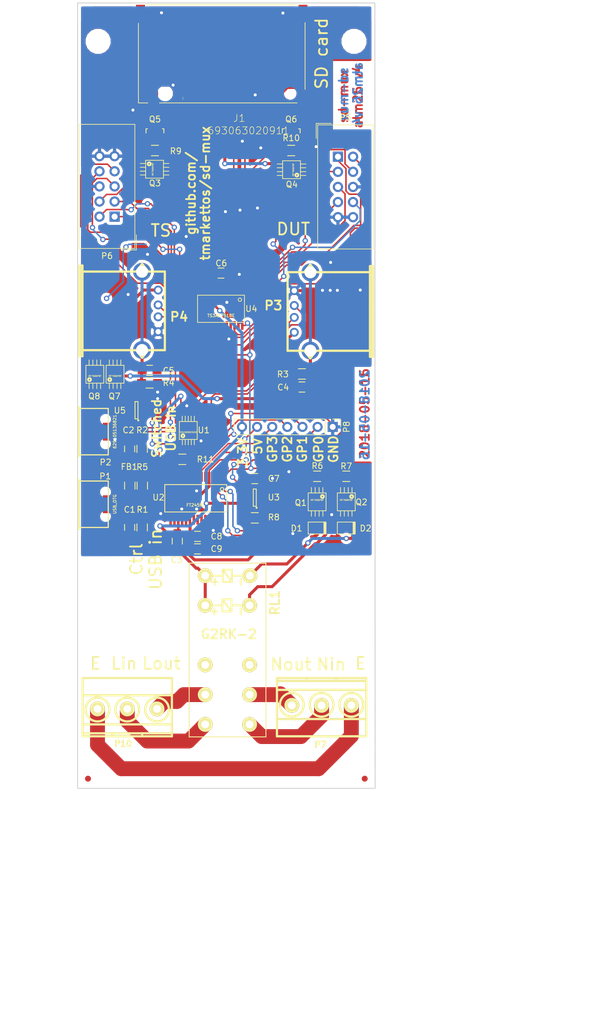
<source format=kicad_pcb>
(kicad_pcb (version 4) (host pcbnew 4.0.7)
  (title_block (title sd-mux) (date 2016-11-14) (rev 2.1) (company SRPOL) (comment 1 "Author: Adam Malinowski <a.malinowsk2@partner.samsung.com>") (comment 2 "Copyright (c) 2016 Samsung Electronics Co., Ltd All Rights Reserved"))
  (layers (0 F.Cu signal) (31 B.Cu signal) (34 B.Paste user) (35 F.Paste user) (36 B.SilkS user) (37 F.SilkS user) (38 B.Mask user) (39 F.Mask user) (44 Edge.Cuts user))
  (net 0 "")
  (net 1 "Net-(C1-Pad1)")
  (net 2 GND)
  (net 3 "Net-(C2-Pad1)")
  (net 4 "Net-(C4-Pad1)")
  (net 5 "Net-(C5-Pad1)")
  (net 6 VDD)
  (net 7 "Net-(D1-Pad1)")
  (net 8 "Net-(D2-Pad1)")
  (net 9 "Net-(FB1-Pad2)")
  (net 10 "Net-(P1-Pad2)")
  (net 11 "Net-(P1-Pad3)")
  (net 12 "Net-(P1-Pad4)")
  (net 13 "Net-(P2-Pad1)")
  (net 14 "Net-(P2-Pad2)")
  (net 15 "Net-(P2-Pad3)")
  (net 16 "Net-(P2-Pad4)")
  (net 17 "Net-(P3-Pad2)")
  (net 18 "Net-(P3-Pad3)")
  (net 19 "Net-(P4-Pad2)")
  (net 20 "Net-(P4-Pad3)")
  (net 21 /DAT1_DUT)
  (net 22 /DAT0_DUT)
  (net 23 /DAT2_DUT)
  (net 24 /DAT3_DUT)
  (net 25 /CMD_DUT)
  (net 26 /VDD_DUT)
  (net 27 /CLK_DUT)
  (net 28 /DAT1_TS)
  (net 29 /DAT0_TS)
  (net 30 /DAT2_TS)
  (net 31 /DAT3_TS)
  (net 32 /CMD_TS)
  (net 33 /VDD_TS)
  (net 34 /CLK_TS)
  (net 35 /POWER_SW_OFF)
  (net 36 /POWER_SW_ON)
  (net 37 "Net-(Q3-Pad4)")
  (net 38 /SOCKET_SEL)
  (net 39 "Net-(R5-Pad2)")
  (net 40 "Net-(RL1-Pad8)")
  (net 41 "Net-(RL1-Pad3)")
  (net 42 /USB_SEL)
  (net 43 "Net-(U2-Pad8)")
  (net 44 "Net-(U2-Pad19)")
  (net 45 "Net-(U2-Pad22)")
  (net 46 "Net-(U2-Pad23)")
  (net 47 "Net-(U2-Pad24)")
  (net 48 "Net-(U2-Pad27)")
  (net 49 "Net-(U2-Pad28)")
  (net 50 "Net-(U2-Pad13)")
  (net 51 "Net-(U2-Pad14)")
  (net 52 "Net-(U4-Pad3)")
  (net 53 +3V3)
  (net 54 /USD_VDD)
  (net 55 "Net-(Q4-Pad4)")
  (net 56 "Net-(Q6-Pad1)")
  (net 57 "Net-(P3-Pad1)")
  (net 58 "Net-(P4-Pad1)")
  (net 59 "Net-(Q8-Pad4)")
  (net 60 /DAT1)
  (net 61 /CLK)
  (net 62 /CMD)
  (net 63 /DAT0)
  (net 64 /DAT3)
  (net 65 /DAT2)
  (net 66 /Nout)
  (net 67 /E)
  (net 68 /Nin)
  (net 69 /Lout)
  (net 70 /Lin)
  (net 71 /GP0)
  (net 72 /GP1)
  (net 73 /GP2)
  (net 74 /GP3)
  (module Connector_IDC:IDC-Header_2x05_P2.54mm_Vertical (layer F.Cu) (at 124.42 51.51 180)
    (fp_text reference P6 (at 1.27 -6.604 180) (layer F.SilkS))
    (fp_text value Conn_02x05_Odd_Even)
    (pad 1 thru_hole rect (at 0 0 180) (size 1.7272 1.7272) (drill 1.016) (layers *.Cu *.Mask) (net 30 /DAT2_TS))
    (pad 2 thru_hole oval (at 2.54 0 180) (size 1.7272 1.7272) (drill 1.016) (layers *.Cu *.Mask) (net 31 /DAT3_TS))
    (pad 3 thru_hole oval (at 0 2.54 180) (size 1.7272 1.7272) (drill 1.016) (layers *.Cu *.Mask) (net 32 /CMD_TS))
    (pad 4 thru_hole oval (at 2.54 2.54 180) (size 1.7272 1.7272) (drill 1.016) (layers *.Cu *.Mask) (net 33 /VDD_TS))
    (pad 5 thru_hole oval (at 0 5.08 180) (size 1.7272 1.7272) (drill 1.016) (layers *.Cu *.Mask) (net 34 /CLK_TS))
    (pad 6 thru_hole oval (at 2.54 5.08 180) (size 1.7272 1.7272) (drill 1.016) (layers *.Cu *.Mask) (net 2 GND))
    (pad 7 thru_hole oval (at 0 7.62 180) (size 1.7272 1.7272) (drill 1.016) (layers *.Cu *.Mask) (net 29 /DAT0_TS))
    (pad 8 thru_hole oval (at 2.54 7.62 180) (size 1.7272 1.7272) (drill 1.016) (layers *.Cu *.Mask) (net 28 /DAT1_TS))
    (pad 9 thru_hole oval (at 0 10.16 180) (size 1.7272 1.7272) (drill 1.016) (layers *.Cu *.Mask) (net 2 GND))
    (pad 10 thru_hole oval (at 2.54 10.16 180) (size 1.7272 1.7272) (drill 1.016) (layers *.Cu *.Mask) (net 2 GND))
  )
  (module Mounting_Holes:MountingHole_3.2mm_M3 (layer F.Cu) (at 121.64952 22.05048)
    (fp_text reference REF** hide)
    (fp_text value MountingHole_3.2mm_M3)
    (pad 1 np_thru_hole circle (at 0 0) (size 3.2 3.2) (drill 3.2) (layers *.Cu *.Mask))
  )
  (module Mounting_Holes:MountingHole_3.2mm_M3 (layer F.Cu) (at 164.64952 112.05048)
    (fp_text reference REF** hide)
    (fp_text value MountingHole_3.2mm_M3)
    (pad 1 np_thru_hole circle (at 0 0) (size 3.2 3.2) (drill 3.2) (layers *.Cu *.Mask))
  )
  (module Mounting_Holes:MountingHole_3.2mm_M3 (layer F.Cu) (at 164.64952 22.05048)
    (fp_text reference REF** hide)
    (fp_text value MountingHole_3.2mm_M3)
    (pad 1 np_thru_hole circle (at 0 0) (size 3.2 3.2) (drill 3.2) (layers *.Cu *.Mask))
  )
  (module Fiducials:Fiducial_1mm_Dia_2.54mm_Outer_CopperTop (layer F.Cu) (at 119.94952 145.975481)
    (fp_text reference FID3 hide)
    (fp_text value Fiducial)
    (pad ~ smd circle (at 0 0) (size 1 1) (layers F.Cu F.Mask) (clearance 0.77))
  )
  (module TO_SOT_Packages_SMD:SOT-23-5 (layer F.Cu) (at 147.97468 98.73993 180)
    (fp_text reference U3 (at -3.2 0.05 360) (layer F.SilkS))
    (fp_text value 74AHC1G14)
    (pad 1 smd rect (at -1.1 -0.95 180) (size 1.06 0.65) (layers F.Cu F.Paste F.Mask))
    (pad 2 smd rect (at -1.1 0 180) (size 1.06 0.65) (layers F.Cu F.Paste F.Mask) (net 38 /SOCKET_SEL))
    (pad 3 smd rect (at -1.1 0.95 180) (size 1.06 0.65) (layers F.Cu F.Paste F.Mask) (net 2 GND))
    (pad 4 smd rect (at 1.1 0.95 180) (size 1.06 0.65) (layers F.Cu F.Paste F.Mask) (net 56 "Net-(Q6-Pad1)"))
    (pad 5 smd rect (at 1.1 -0.95 180) (size 1.06 0.65) (layers F.Cu F.Paste F.Mask) (net 53 +3V3))
  )
  (module Capacitors_SMD:C_0805_HandSoldering (layer F.Cu) (at 147.97468 95.53993)
    (fp_text reference C7 (at 3.2 0) (layer F.SilkS))
    (fp_text value 100n)
    (pad 1 smd rect (at -1.25 0) (size 1.5 1.25) (layers F.Cu F.Paste F.Mask) (net 53 +3V3))
    (pad 2 smd rect (at 1.25 0) (size 1.5 1.25) (layers F.Cu F.Paste F.Mask) (net 2 GND))
  )
  (module Resistors_SMD:R_0805_HandSoldering (layer F.Cu) (at 147.97468 102.13993)
    (fp_text reference R8 (at 3.2 -0.1 180) (layer F.SilkS))
    (fp_text value 10K)
    (pad 1 smd rect (at -1.35 0) (size 1.5 1.3) (layers F.Cu F.Paste F.Mask) (net 53 +3V3))
    (pad 2 smd rect (at 1.35 0) (size 1.5 1.3) (layers F.Cu F.Paste F.Mask) (net 38 /SOCKET_SEL))
  )
  (module footprints:msoic-8 (layer F.Cu) (at 131.13626 43.545748 270)
    (fp_text reference Q3 (at 2.354732 -0.06326 360) (layer F.SilkS))
    (fp_text value IRF7606PBF (at 0 0.29972 270) (layer F.SilkS) (effects (font (size 0.24892 0.24892) (thickness 0.0508))))
    (pad 1 smd rect (at -0.97536 2.30124 270) (size 0.40894 1.02108) (layers F.Cu F.Paste F.Mask) (net 33 /VDD_TS))
    (pad 2 smd rect (at -0.32512 2.30124 270) (size 0.40894 1.02108) (layers F.Cu F.Paste F.Mask) (net 33 /VDD_TS))
    (pad 3 smd rect (at 0.32512 2.30124 270) (size 0.40894 1.02108) (layers F.Cu F.Paste F.Mask) (net 33 /VDD_TS))
    (pad 4 smd rect (at 0.97536 2.30124 270) (size 0.40894 1.02108) (layers F.Cu F.Paste F.Mask) (net 37 "Net-(Q3-Pad4)"))
    (pad 5 smd rect (at 0.97536 -2.30124 270) (size 0.40894 1.02108) (layers F.Cu F.Paste F.Mask) (net 54 /USD_VDD))
    (pad 6 smd rect (at 0.32512 -2.30124 270) (size 0.40894 1.02108) (layers F.Cu F.Paste F.Mask) (net 54 /USD_VDD))
    (pad 7 smd rect (at -0.32512 -2.30124 270) (size 0.40894 1.02108) (layers F.Cu F.Paste F.Mask) (net 54 /USD_VDD))
    (pad 8 smd rect (at -0.97536 -2.30124 270) (size 0.40894 1.02108) (layers F.Cu F.Paste F.Mask) (net 54 /USD_VDD))
  )
  (module footprints:msoic-10 (layer F.Cu) (at 136.79952 87.45048)
    (fp_text reference U1 (at 2.6 -0.05) (layer F.SilkS))
    (fp_text value TS3USB30EDGSR (at 0 0.29972) (layer F.SilkS) (effects (font (size 0.24892 0.24892) (thickness 0.0508))))
    (pad 1 smd rect (at -1.00076 2.30124) (size 0.29972 1.45) (layers F.Cu F.Paste F.Mask) (net 42 /USB_SEL))
    (pad 2 smd rect (at -0.50038 2.30124) (size 0.29972 1.45) (layers F.Cu F.Paste F.Mask) (net 18 "Net-(P3-Pad3)"))
    (pad 3 smd rect (at 0 2.30124) (size 0.29972 1.45) (layers F.Cu F.Paste F.Mask) (net 20 "Net-(P4-Pad3)"))
    (pad 4 smd rect (at 0.50038 2.30124) (size 0.29972 1.45) (layers F.Cu F.Paste F.Mask) (net 15 "Net-(P2-Pad3)"))
    (pad 5 smd rect (at 1.00076 2.30124) (size 0.29972 1.45) (layers F.Cu F.Paste F.Mask) (net 2 GND))
    (pad 6 smd rect (at 1.00076 -2.30124) (size 0.29972 1.45) (layers F.Cu F.Paste F.Mask) (net 14 "Net-(P2-Pad2)"))
    (pad 7 smd rect (at 0.50038 -2.30124) (size 0.29972 1.45) (layers F.Cu F.Paste F.Mask) (net 19 "Net-(P4-Pad2)"))
    (pad 8 smd rect (at 0 -2.30124) (size 0.29972 1.45) (layers F.Cu F.Paste F.Mask) (net 17 "Net-(P3-Pad2)"))
    (pad 9 smd rect (at -0.50038 -2.30124) (size 0.29972 1.45) (layers F.Cu F.Paste F.Mask) (net 2 GND))
    (pad 10 smd rect (at -1.00076 -2.30124) (size 0.29972 1.45) (layers F.Cu F.Paste F.Mask) (net 6 VDD))
  )
  (module footprints:tssop-24 (layer F.Cu) (at 142.3 67 180)
    (fp_text reference U4 (at -5.09952 -0.00048 180) (layer F.SilkS))
    (fp_text value TS3A27518E (at 0 -1.143 180) (layer F.SilkS) (effects (font (size 0.50038 0.50038) (thickness 0.09906))))
    (pad 6 smd rect (at -0.32512 2.79908 180) (size 0.4191 1.47066) (layers F.Cu F.Paste F.Mask) (net 63 /DAT0))
    (pad 7 smd rect (at 0.32512 2.79908 180) (size 0.4191 1.47066) (layers F.Cu F.Paste F.Mask) (net 61 /CLK))
    (pad 8 smd rect (at 0.97536 2.79908 180) (size 0.4191 1.47066) (layers F.Cu F.Paste F.Mask) (net 53 +3V3))
    (pad 9 smd rect (at 1.6256 2.79908 180) (size 0.4191 1.47066) (layers F.Cu F.Paste F.Mask) (net 62 /CMD))
    (pad 22 smd rect (at -2.26568 -2.794 180) (size 0.4191 1.47066) (layers F.Cu F.Paste F.Mask) (net 23 /DAT2_DUT))
    (pad 3 smd rect (at -2.27584 2.79908 180) (size 0.4191 1.47066) (layers F.Cu F.Paste F.Mask) (net 52 "Net-(U4-Pad3)"))
    (pad 4 smd rect (at -1.6256 2.79908 180) (size 0.4191 1.47066) (layers F.Cu F.Paste F.Mask) (net 60 /DAT1))
    (pad 5 smd rect (at -0.97536 2.79908 180) (size 0.4191 1.47066) (layers F.Cu F.Paste F.Mask) (net 2 GND))
    (pad 15 smd rect (at 2.27584 -2.79908 180) (size 0.4191 1.47066) (layers F.Cu F.Paste F.Mask) (net 34 /CLK_TS))
    (pad 16 smd rect (at 1.6256 -2.79908 180) (size 0.4191 1.47066) (layers F.Cu F.Paste F.Mask) (net 30 /DAT2_TS))
    (pad 17 smd rect (at 0.97536 -2.79908 180) (size 0.4191 1.47066) (layers F.Cu F.Paste F.Mask) (net 32 /CMD_TS))
    (pad 18 smd rect (at 0.32512 -2.79908 180) (size 0.4191 1.47066) (layers F.Cu F.Paste F.Mask) (net 31 /DAT3_TS))
    (pad 19 smd rect (at -0.32512 -2.79908 180) (size 0.4191 1.47066) (layers F.Cu F.Paste F.Mask) (net 24 /DAT3_DUT))
    (pad 20 smd rect (at -0.97536 -2.79908 180) (size 0.4191 1.47066) (layers F.Cu F.Paste F.Mask) (net 2 GND))
    (pad 10 smd rect (at 2.27584 2.79908 180) (size 0.4191 1.47066) (layers F.Cu F.Paste F.Mask) (net 64 /DAT3))
    (pad 21 smd rect (at -1.6256 -2.794 180) (size 0.4191 1.47066) (layers F.Cu F.Paste F.Mask) (net 25 /CMD_DUT))
    (pad 2 smd rect (at -2.92608 2.79908 180) (size 0.4191 1.47066) (layers F.Cu F.Paste F.Mask) (net 21 /DAT1_DUT))
    (pad 11 smd rect (at 2.92608 2.79908 180) (size 0.4191 1.47066) (layers F.Cu F.Paste F.Mask) (net 28 /DAT1_TS))
    (pad 14 smd rect (at 2.92608 -2.79908 180) (size 0.4191 1.47066) (layers F.Cu F.Paste F.Mask) (net 38 /SOCKET_SEL))
    (pad 23 smd rect (at -2.92608 -2.79908 180) (size 0.4191 1.47066) (layers F.Cu F.Paste F.Mask) (net 27 /CLK_DUT))
    (pad 1 smd rect (at -3.57378 2.79908 180) (size 0.4191 1.47066) (layers F.Cu F.Paste F.Mask) (net 22 /DAT0_DUT))
    (pad 12 smd rect (at 3.57378 2.79908 180) (size 0.4191 1.47066) (layers F.Cu F.Paste F.Mask) (net 65 /DAT2))
    (pad 13 smd rect (at 3.57378 -2.79908 180) (size 0.4191 1.47066) (layers F.Cu F.Paste F.Mask) (net 29 /DAT0_TS))
    (pad 24 smd rect (at -3.57378 -2.79908 180) (size 0.4191 1.47066) (layers F.Cu F.Paste F.Mask) (net 38 /SOCKET_SEL))
  )
  (module Capacitors_SMD:C_0805_HandSoldering (layer F.Cu) (at 126.95 103.75 90)
    (fp_text reference C1 (at 3 0 180) (layer F.SilkS))
    (fp_text value 27p)
    (pad 1 smd rect (at -1.25 0 90) (size 1.5 1.25) (layers F.Cu F.Paste F.Mask) (net 1 "Net-(C1-Pad1)"))
    (pad 2 smd rect (at 1.25 0 90) (size 1.5 1.25) (layers F.Cu F.Paste F.Mask) (net 2 GND))
  )
  (module Capacitors_SMD:C_0805_HandSoldering (layer F.Cu) (at 126.95 90.55 90)
    (fp_text reference C2 (at 3.15 -0.2 180) (layer F.SilkS))
    (fp_text value 27p)
    (pad 1 smd rect (at -1.25 0 90) (size 1.5 1.25) (layers F.Cu F.Paste F.Mask) (net 3 "Net-(C2-Pad1)"))
    (pad 2 smd rect (at 1.25 0 90) (size 1.5 1.25) (layers F.Cu F.Paste F.Mask) (net 2 GND))
  )
  (module Capacitors_SMD:C_0805_HandSoldering (layer F.Cu) (at 134.95 106.05 270)
    (fp_text reference C3 (at 3.15 0.1 360) (layer F.SilkS))
    (fp_text value 100n)
    (pad 1 smd rect (at -1.25 0 270) (size 1.5 1.25) (layers F.Cu F.Paste F.Mask) (net 53 +3V3))
    (pad 2 smd rect (at 1.25 0 270) (size 1.5 1.25) (layers F.Cu F.Paste F.Mask) (net 2 GND))
  )
  (module Capacitors_SMD:C_0805_HandSoldering (layer F.Cu) (at 155.89904 80.15 180)
    (fp_text reference C4 (at 3.15 -0.05 360) (layer F.SilkS))
    (fp_text value 27p)
    (pad 1 smd rect (at -1.25 0 180) (size 1.5 1.25) (layers F.Cu F.Paste F.Mask) (net 4 "Net-(C4-Pad1)"))
    (pad 2 smd rect (at 1.25 0 180) (size 1.5 1.25) (layers F.Cu F.Paste F.Mask) (net 2 GND))
  )
  (module Capacitors_SMD:C_0805_HandSoldering (layer F.Cu) (at 130.3 77.35096)
    (fp_text reference C5 (at 3.2 0.05 180) (layer F.SilkS))
    (fp_text value 27p)
    (pad 1 smd rect (at -1.25 0) (size 1.5 1.25) (layers F.Cu F.Paste F.Mask) (net 5 "Net-(C5-Pad1)"))
    (pad 2 smd rect (at 1.25 0) (size 1.5 1.25) (layers F.Cu F.Paste F.Mask) (net 2 GND))
  )
  (module Capacitors_SMD:C_0805_HandSoldering (layer F.Cu) (at 142.3 61)
    (fp_text reference C6 (at 0.05 -1.65) (layer F.SilkS))
    (fp_text value 100n)
    (pad 1 smd rect (at -1.25 0) (size 1.5 1.25) (layers F.Cu F.Paste F.Mask) (net 53 +3V3))
    (pad 2 smd rect (at 1.25 0) (size 1.5 1.25) (layers F.Cu F.Paste F.Mask) (net 2 GND))
  )
  (module Capacitors_SMD:C_0805_HandSoldering (layer F.Cu) (at 138.35 105.25)
    (fp_text reference C8 (at 3.2 0) (layer F.SilkS))
    (fp_text value 100n)
    (pad 1 smd rect (at -1.25 0) (size 1.5 1.25) (layers F.Cu F.Paste F.Mask) (net 6 VDD))
    (pad 2 smd rect (at 1.25 0) (size 1.5 1.25) (layers F.Cu F.Paste F.Mask) (net 2 GND))
  )
  (module Capacitors_SMD:C_0805_HandSoldering (layer F.Cu) (at 138.35 107.35)
    (fp_text reference C9 (at 3.2 0) (layer F.SilkS))
    (fp_text value 4.7u)
    (pad 1 smd rect (at -1.25 0) (size 1.5 1.25) (layers F.Cu F.Paste F.Mask) (net 6 VDD))
    (pad 2 smd rect (at 1.25 0) (size 1.5 1.25) (layers F.Cu F.Paste F.Mask) (net 2 GND))
  )
  (module footprints:do219ab (layer F.Cu) (at 158.45 103.85 180)
    (fp_text reference D1 (at 3.45048 -0.05048 180) (layer F.SilkS))
    (fp_text value ES1AL hide)
    (pad 2 smd rect (at 1.45034 0 180) (size 1.30048 1.39954) (layers F.Cu F.Paste F.Mask) (net 2 GND))
    (pad 1 smd rect (at -1.45034 0 180) (size 1.30048 1.39954) (layers F.Cu F.Paste F.Mask) (net 7 "Net-(D1-Pad1)"))
  )
  (module footprints:do219ab (layer F.Cu) (at 163.35 103.85 180)
    (fp_text reference D2 (at -3.24952 -0.05048 180) (layer F.SilkS))
    (fp_text value ES1AL hide)
    (pad 2 smd rect (at 1.45034 0 180) (size 1.30048 1.39954) (layers F.Cu F.Paste F.Mask) (net 2 GND))
    (pad 1 smd rect (at -1.45034 0 180) (size 1.30048 1.39954) (layers F.Cu F.Paste F.Mask) (net 8 "Net-(D2-Pad1)"))
  )
  (module Resistors_SMD:R_0805_HandSoldering (layer F.Cu) (at 126.975 96.725 270)
    (fp_text reference FB1 (at -3.17452 0.10548 360) (layer F.SilkS))
    (fp_text value MI0805K400R-10)
    (pad 1 smd rect (at -1.35 0 270) (size 1.5 1.3) (layers F.Cu F.Paste F.Mask) (net 6 VDD))
    (pad 2 smd rect (at 1.35 0 270) (size 1.5 1.3) (layers F.Cu F.Paste F.Mask) (net 9 "Net-(FB1-Pad2)"))
  )
  (module footprints:conn_usb_B_micro (layer F.Cu) (at 120.45 99.85 270)
    (fp_text reference P1 (at -4.7 -2.4 360) (layer F.SilkS))
    (fp_text value USB_OTG (at 0 -4.0005 270) (layer F.SilkS) (effects (font (size 0.50038 0.50038) (thickness 0.09906))))
    (pad 6 smd rect (at -1.19888 0 270) (size 1.89738 1.89738) (layers F.Cu F.Paste F.Mask) (net 1 "Net-(C1-Pad1)"))
    (pad 6 smd rect (at 1.19888 0 270) (size 1.89738 1.89738) (layers F.Cu F.Paste F.Mask) (net 1 "Net-(C1-Pad1)"))
    (pad 6 smd rect (at 3.9497 0 270) (size 1.89738 1.89738) (layers F.Cu F.Paste F.Mask) (net 1 "Net-(C1-Pad1)"))
    (pad 6 smd rect (at -3.9497 0 270) (size 1.89738 1.89738) (layers F.Cu F.Paste F.Mask) (net 1 "Net-(C1-Pad1)"))
    (pad 1 smd rect (at -1.30048 -2.67462 270) (size 0.39878 1.34874) (layers F.Cu F.Paste F.Mask) (net 9 "Net-(FB1-Pad2)"))
    (pad 2 smd rect (at -0.6477 -2.67462 270) (size 0.39878 1.3462) (layers F.Cu F.Paste F.Mask) (net 10 "Net-(P1-Pad2)"))
    (pad 3 smd rect (at 0 -2.67462 270) (size 0.39878 1.3462) (layers F.Cu F.Paste F.Mask) (net 11 "Net-(P1-Pad3)"))
    (pad 4 smd rect (at 0.6477 -2.67462 270) (size 0.39878 1.3462) (layers F.Cu F.Paste F.Mask) (net 12 "Net-(P1-Pad4)"))
    (pad 5 smd rect (at 1.30048 -2.67462 270) (size 0.39878 1.3462) (layers F.Cu F.Paste F.Mask) (net 2 GND))
    (pad "" np_thru_hole circle (at 2.05 -2.45 270) (size 0.79756 0.79756) (drill 0.79756) (layers *.Cu *.Mask F.SilkS))
    (pad "" np_thru_hole circle (at -2.05 -2.45 270) (size 0.79756 0.79756) (drill 0.79756) (layers *.Cu *.Mask F.SilkS))
  )
  (module footprints:conn_usb_B_micro (layer F.Cu) (at 120.45 87.65 270)
    (fp_text reference P2 (at 5.15048 -2.44952 360) (layer F.SilkS))
    (fp_text value 629105136821 (at 0 -4.0005 270) (layer F.SilkS) (effects (font (size 0.50038 0.50038) (thickness 0.09906))))
    (pad 6 smd rect (at -1.19888 0 270) (size 1.89738 1.89738) (layers F.Cu F.Paste F.Mask) (net 3 "Net-(C2-Pad1)"))
    (pad 6 smd rect (at 1.19888 0 270) (size 1.89738 1.89738) (layers F.Cu F.Paste F.Mask) (net 3 "Net-(C2-Pad1)"))
    (pad 6 smd rect (at 3.9497 0 270) (size 1.89738 1.89738) (layers F.Cu F.Paste F.Mask) (net 3 "Net-(C2-Pad1)"))
    (pad 6 smd rect (at -3.9497 0 270) (size 1.89738 1.89738) (layers F.Cu F.Paste F.Mask) (net 3 "Net-(C2-Pad1)"))
    (pad 1 smd rect (at -1.30048 -2.67462 270) (size 0.39878 1.34874) (layers F.Cu F.Paste F.Mask) (net 13 "Net-(P2-Pad1)"))
    (pad 2 smd rect (at -0.6477 -2.67462 270) (size 0.39878 1.3462) (layers F.Cu F.Paste F.Mask) (net 14 "Net-(P2-Pad2)"))
    (pad 3 smd rect (at 0 -2.67462 270) (size 0.39878 1.3462) (layers F.Cu F.Paste F.Mask) (net 15 "Net-(P2-Pad3)"))
    (pad 4 smd rect (at 0.6477 -2.67462 270) (size 0.39878 1.3462) (layers F.Cu F.Paste F.Mask) (net 16 "Net-(P2-Pad4)"))
    (pad 5 smd rect (at 1.30048 -2.67462 270) (size 0.39878 1.3462) (layers F.Cu F.Paste F.Mask) (net 2 GND))
    (pad "" np_thru_hole circle (at 2.05 -2.45 270) (size 0.79756 0.79756) (drill 0.79756) (layers *.Cu *.Mask F.SilkS))
    (pad "" np_thru_hole circle (at -2.05 -2.45 270) (size 0.79756 0.79756) (drill 0.79756) (layers *.Cu *.Mask F.SilkS) (clearance 0.01))
  )
  (module footprints:cons_1,5x3 (layer F.Cu) (at 159.19952 133.65048 180)
    (fp_text reference P7 (at 0.2 -6.6 360) (layer F.SilkS) (effects (font (thickness 0.25))))
    (fp_text value "MKDS 1,5/3" hide)
    (pad 3 thru_hole circle (at 5 0 180) (size 2.5 2.5) (drill 1.3) (layers *.Cu *.Mask F.SilkS) (net 66 /Nout))
    (pad 1 thru_hole circle (at -5 0 180) (size 2.5 2.5) (drill 1.3) (layers *.Cu *.Mask F.SilkS) (net 67 /E))
    (pad 2 thru_hole circle (at 0 0 180) (size 2.5 2.5) (drill 1.3) (layers *.Cu *.Mask F.SilkS) (net 68 /Nin))
  )
  (module footprints:cons_1,5x3 (layer F.Cu) (at 126.54952 134.25048)
    (fp_text reference P10 (at -0.7 5.85 180) (layer F.SilkS) (effects (font (thickness 0.25))))
    (fp_text value "MKDS 1,5/3" hide)
    (pad 3 thru_hole circle (at 5 0) (size 2.5 2.5) (drill 1.3) (layers *.Cu *.Mask F.SilkS) (net 69 /Lout))
    (pad 1 thru_hole circle (at -5 0) (size 2.5 2.5) (drill 1.3) (layers *.Cu *.Mask F.SilkS) (net 67 /E))
    (pad 2 thru_hole circle (at 0 0) (size 2.5 2.5) (drill 1.3) (layers *.Cu *.Mask F.SilkS) (net 70 /Lin))
  )
  (module footprints:msoic-8 (layer F.Cu) (at 158.45 99.45 180)
    (fp_text reference Q1 (at 2.75048 -0.15048 180) (layer F.SilkS))
    (fp_text value IRF7606PBF (at 0 0.29972 180) (layer F.SilkS) (effects (font (size 0.24892 0.24892) (thickness 0.0508))))
    (pad 1 smd rect (at -0.97536 2.30124 180) (size 0.40894 1.02108) (layers F.Cu F.Paste F.Mask) (net 6 VDD))
    (pad 2 smd rect (at -0.32512 2.30124 180) (size 0.40894 1.02108) (layers F.Cu F.Paste F.Mask) (net 6 VDD))
    (pad 3 smd rect (at 0.32512 2.30124 180) (size 0.40894 1.02108) (layers F.Cu F.Paste F.Mask) (net 6 VDD))
    (pad 4 smd rect (at 0.97536 2.30124 180) (size 0.40894 1.02108) (layers F.Cu F.Paste F.Mask) (net 35 /POWER_SW_OFF))
    (pad 5 smd rect (at 0.97536 -2.30124 180) (size 0.40894 1.02108) (layers F.Cu F.Paste F.Mask) (net 7 "Net-(D1-Pad1)"))
    (pad 6 smd rect (at 0.32512 -2.30124 180) (size 0.40894 1.02108) (layers F.Cu F.Paste F.Mask) (net 7 "Net-(D1-Pad1)"))
    (pad 7 smd rect (at -0.32512 -2.30124 180) (size 0.40894 1.02108) (layers F.Cu F.Paste F.Mask) (net 7 "Net-(D1-Pad1)"))
    (pad 8 smd rect (at -0.97536 -2.30124 180) (size 0.40894 1.02108) (layers F.Cu F.Paste F.Mask) (net 7 "Net-(D1-Pad1)"))
  )
  (module footprints:msoic-8 (layer F.Cu) (at 163.35 99.45 180)
    (fp_text reference Q2 (at -2.54952 -0.05048 180) (layer F.SilkS))
    (fp_text value IRF7606PBF (at 0 0.29972 180) (layer F.SilkS) (effects (font (size 0.24892 0.24892) (thickness 0.0508))))
    (pad 1 smd rect (at -0.97536 2.30124 180) (size 0.40894 1.02108) (layers F.Cu F.Paste F.Mask) (net 6 VDD))
    (pad 2 smd rect (at -0.32512 2.30124 180) (size 0.40894 1.02108) (layers F.Cu F.Paste F.Mask) (net 6 VDD))
    (pad 3 smd rect (at 0.32512 2.30124 180) (size 0.40894 1.02108) (layers F.Cu F.Paste F.Mask) (net 6 VDD))
    (pad 4 smd rect (at 0.97536 2.30124 180) (size 0.40894 1.02108) (layers F.Cu F.Paste F.Mask) (net 36 /POWER_SW_ON))
    (pad 5 smd rect (at 0.97536 -2.30124 180) (size 0.40894 1.02108) (layers F.Cu F.Paste F.Mask) (net 8 "Net-(D2-Pad1)"))
    (pad 6 smd rect (at 0.32512 -2.30124 180) (size 0.40894 1.02108) (layers F.Cu F.Paste F.Mask) (net 8 "Net-(D2-Pad1)"))
    (pad 7 smd rect (at -0.32512 -2.30124 180) (size 0.40894 1.02108) (layers F.Cu F.Paste F.Mask) (net 8 "Net-(D2-Pad1)"))
    (pad 8 smd rect (at -0.97536 -2.30124 180) (size 0.40894 1.02108) (layers F.Cu F.Paste F.Mask) (net 8 "Net-(D2-Pad1)"))
  )
  (module footprints:msoic-8 (layer F.Cu) (at 154.14952 43.62536 90)
    (fp_text reference Q4 (at -2.47512 0.05 180) (layer F.SilkS))
    (fp_text value IRF7606PBF (at 0 0.29972 90) (layer F.SilkS) (effects (font (size 0.24892 0.24892) (thickness 0.0508))))
    (pad 1 smd rect (at -0.97536 2.30124 90) (size 0.40894 1.02108) (layers F.Cu F.Paste F.Mask) (net 26 /VDD_DUT))
    (pad 2 smd rect (at -0.32512 2.30124 90) (size 0.40894 1.02108) (layers F.Cu F.Paste F.Mask) (net 26 /VDD_DUT))
    (pad 3 smd rect (at 0.32512 2.30124 90) (size 0.40894 1.02108) (layers F.Cu F.Paste F.Mask) (net 26 /VDD_DUT))
    (pad 4 smd rect (at 0.97536 2.30124 90) (size 0.40894 1.02108) (layers F.Cu F.Paste F.Mask) (net 55 "Net-(Q4-Pad4)"))
    (pad 5 smd rect (at 0.97536 -2.30124 90) (size 0.40894 1.02108) (layers F.Cu F.Paste F.Mask) (net 54 /USD_VDD))
    (pad 6 smd rect (at 0.32512 -2.30124 90) (size 0.40894 1.02108) (layers F.Cu F.Paste F.Mask) (net 54 /USD_VDD))
    (pad 7 smd rect (at -0.32512 -2.30124 90) (size 0.40894 1.02108) (layers F.Cu F.Paste F.Mask) (net 54 /USD_VDD))
    (pad 8 smd rect (at -0.97536 -2.30124 90) (size 0.40894 1.02108) (layers F.Cu F.Paste F.Mask) (net 54 /USD_VDD))
  )
  (module Resistors_SMD:R_0805_HandSoldering (layer F.Cu) (at 129.05 103.75 90)
    (fp_text reference R1 (at 3 0.05 180) (layer F.SilkS))
    (fp_text value 4.7K)
    (pad 1 smd rect (at -1.35 0 90) (size 1.5 1.3) (layers F.Cu F.Paste F.Mask) (net 1 "Net-(C1-Pad1)"))
    (pad 2 smd rect (at 1.35 0 90) (size 1.5 1.3) (layers F.Cu F.Paste F.Mask) (net 2 GND))
  )
  (module Resistors_SMD:R_0805_HandSoldering (layer F.Cu) (at 129.05 90.55 90)
    (fp_text reference R2 (at 3.15 0 180) (layer F.SilkS))
    (fp_text value 4.7K)
    (pad 1 smd rect (at -1.35 0 90) (size 1.5 1.3) (layers F.Cu F.Paste F.Mask) (net 3 "Net-(C2-Pad1)"))
    (pad 2 smd rect (at 1.35 0 90) (size 1.5 1.3) (layers F.Cu F.Paste F.Mask) (net 2 GND))
  )
  (module Resistors_SMD:R_0805_HandSoldering (layer F.Cu) (at 155.89904 77.95 180)
    (fp_text reference R3 (at 3.2 -0.05 360) (layer F.SilkS))
    (fp_text value 4.7K)
    (pad 1 smd rect (at -1.35 0 180) (size 1.5 1.3) (layers F.Cu F.Paste F.Mask) (net 4 "Net-(C4-Pad1)"))
    (pad 2 smd rect (at 1.35 0 180) (size 1.5 1.3) (layers F.Cu F.Paste F.Mask) (net 2 GND))
  )
  (module Resistors_SMD:R_0805_HandSoldering (layer F.Cu) (at 130.3 79.45096)
    (fp_text reference R4 (at 3.2 0 180) (layer F.SilkS))
    (fp_text value 4.7K)
    (pad 1 smd rect (at -1.35 0) (size 1.5 1.3) (layers F.Cu F.Paste F.Mask) (net 5 "Net-(C5-Pad1)"))
    (pad 2 smd rect (at 1.35 0) (size 1.5 1.3) (layers F.Cu F.Paste F.Mask) (net 2 GND))
  )
  (module Resistors_SMD:R_0805_HandSoldering (layer F.Cu) (at 129.075 96.725 90)
    (fp_text reference R5 (at 3.13452 -0.00548 180) (layer F.SilkS))
    (fp_text value 10K)
    (pad 1 smd rect (at -1.35 0 90) (size 1.5 1.3) (layers F.Cu F.Paste F.Mask) (net 6 VDD))
    (pad 2 smd rect (at 1.35 0 90) (size 1.5 1.3) (layers F.Cu F.Paste F.Mask) (net 39 "Net-(R5-Pad2)"))
  )
  (module Resistors_SMD:R_0805_HandSoldering (layer F.Cu) (at 158.45 95.15 180)
    (fp_text reference R6 (at -0.05 1.75 180) (layer F.SilkS))
    (fp_text value 10K)
    (pad 1 smd rect (at -1.35 0 180) (size 1.5 1.3) (layers F.Cu F.Paste F.Mask) (net 6 VDD))
    (pad 2 smd rect (at 1.35 0 180) (size 1.5 1.3) (layers F.Cu F.Paste F.Mask) (net 35 /POWER_SW_OFF))
  )
  (module Resistors_SMD:R_0805_HandSoldering (layer F.Cu) (at 163.35 95.15 180)
    (fp_text reference R7 (at 0 1.7 180) (layer F.SilkS))
    (fp_text value 10K)
    (pad 1 smd rect (at -1.35 0 180) (size 1.5 1.3) (layers F.Cu F.Paste F.Mask) (net 6 VDD))
    (pad 2 smd rect (at 1.35 0 180) (size 1.5 1.3) (layers F.Cu F.Paste F.Mask) (net 36 /POWER_SW_ON))
  )
  (module footprints:G2RK-2 (layer F.Cu) (at 143.39952 124.35048 270)
    (fp_text reference RL1 (at -7.95 -7.95 270) (layer F.SilkS) (effects (font (thickness 0.3048))))
    (fp_text value G2RK-2 (at -2.658 -0.2 360) (layer F.SilkS) (effects (font (thickness 0.3048))))
    (pad 10 thru_hole circle (at -12.5 3.75 270) (size 2.5 2.5) (drill 1.3) (layers *.Cu *.Mask F.SilkS) (net 2 GND))
    (pad 8 thru_hole circle (at 2.5 3.75 270) (size 2.5 2.5) (drill 1.3) (layers *.Cu *.Mask F.SilkS) (net 40 "Net-(RL1-Pad8)"))
    (pad 7 thru_hole circle (at 7.5 3.75 270) (size 2.5 2.5) (drill 1.3) (layers *.Cu *.Mask F.SilkS) (net 69 /Lout))
    (pad 6 thru_hole circle (at 12.5 3.75 270) (size 2.5 2.5) (drill 1.3) (layers *.Cu *.Mask F.SilkS) (net 70 /Lin))
    (pad 5 thru_hole circle (at 12.5 -3.7 270) (size 2.5 2.5) (drill 1.3) (layers *.Cu *.Mask F.SilkS) (net 68 /Nin))
    (pad 4 thru_hole circle (at 7.5 -3.7 270) (size 2.5 2.5) (drill 1.3) (layers *.Cu *.Mask F.SilkS) (net 66 /Nout))
    (pad 3 thru_hole circle (at 2.5 -3.7 270) (size 2.5 2.5) (drill 1.3) (layers *.Cu *.Mask F.SilkS) (net 41 "Net-(RL1-Pad3)"))
    (pad 1 thru_hole circle (at -12.49 -3.76 270) (size 2.5 2.5) (drill 1.3) (layers *.Cu *.Mask F.SilkS) (net 8 "Net-(D2-Pad1)"))
    (pad 9 thru_hole circle (at -7.5 3.75 270) (size 2.5 2.5) (drill 1.3) (layers *.Cu *.Mask F.SilkS) (net 2 GND))
    (pad 2 thru_hole circle (at -7.5 -3.7 270) (size 2.5 2.5) (drill 1.3) (layers *.Cu *.Mask F.SilkS) (net 7 "Net-(D1-Pad1)"))
  )
  (module footprints:ssop-28 (layer F.Cu) (at 138.05 98.85 180)
    (fp_text reference U2 (at 6.25048 0.14952 180) (layer F.SilkS))
    (fp_text value FT245RL (at 0 -1.143 180) (layer F.SilkS) (effects (font (size 0.50038 0.50038) (thickness 0.09906))))
    (pad 7 smd rect (at -0.32512 3.59918 180) (size 0.4064 1.651) (layers F.Cu F.Paste F.Mask) (net 2 GND))
    (pad 8 smd rect (at 0.32512 3.59918 180) (size 0.4064 1.651) (layers F.Cu F.Paste F.Mask) (net 43 "Net-(U2-Pad8)"))
    (pad 9 smd rect (at 0.97536 3.59918 180) (size 0.4064 1.651) (layers F.Cu F.Paste F.Mask) (net 72 /GP1))
    (pad 10 smd rect (at 1.6256 3.59918 180) (size 0.4064 1.651) (layers F.Cu F.Paste F.Mask) (net 73 /GP2))
    (pad 25 smd rect (at -2.27584 -3.59918 180) (size 0.4064 1.651) (layers F.Cu F.Paste F.Mask) (net 2 GND))
    (pad 4 smd rect (at -2.27584 3.59918 180) (size 0.4064 1.651) (layers F.Cu F.Paste F.Mask) (net 6 VDD))
    (pad 5 smd rect (at -1.6256 3.59918 180) (size 0.4064 1.651) (layers F.Cu F.Paste F.Mask) (net 71 /GP0))
    (pad 6 smd rect (at -0.97536 3.59918 180) (size 0.4064 1.651) (layers F.Cu F.Paste F.Mask) (net 74 /GP3))
    (pad 18 smd rect (at 2.27584 -3.59918 180) (size 0.4064 1.651) (layers F.Cu F.Paste F.Mask) (net 2 GND))
    (pad 19 smd rect (at 1.6256 -3.59918 180) (size 0.4064 1.651) (layers F.Cu F.Paste F.Mask) (net 44 "Net-(U2-Pad19)"))
    (pad 20 smd rect (at 0.97536 -3.59918 180) (size 0.4064 1.651) (layers F.Cu F.Paste F.Mask) (net 6 VDD))
    (pad 21 smd rect (at 0.32512 -3.59918 180) (size 0.4064 1.651) (layers F.Cu F.Paste F.Mask) (net 2 GND))
    (pad 22 smd rect (at -0.32512 -3.59918 180) (size 0.4064 1.651) (layers F.Cu F.Paste F.Mask) (net 45 "Net-(U2-Pad22)"))
    (pad 23 smd rect (at -0.97536 -3.59918 180) (size 0.4064 1.651) (layers F.Cu F.Paste F.Mask) (net 46 "Net-(U2-Pad23)"))
    (pad 11 smd rect (at 2.27584 3.59918 180) (size 0.4064 1.651) (layers F.Cu F.Paste F.Mask) (net 42 /USB_SEL))
    (pad 24 smd rect (at -1.6256 -3.59918 180) (size 0.4064 1.651) (layers F.Cu F.Paste F.Mask) (net 47 "Net-(U2-Pad24)"))
    (pad 26 smd rect (at -2.92608 -3.59918 180) (size 0.4064 1.651) (layers F.Cu F.Paste F.Mask) (net 2 GND))
    (pad 27 smd rect (at -3.57378 -3.59918 180) (size 0.4064 1.651) (layers F.Cu F.Paste F.Mask) (net 48 "Net-(U2-Pad27)"))
    (pad 28 smd rect (at -4.22402 -3.59918 180) (size 0.4064 1.651) (layers F.Cu F.Paste F.Mask) (net 49 "Net-(U2-Pad28)"))
    (pad 1 smd rect (at -4.22402 3.59918 180) (size 0.4064 1.651) (layers F.Cu F.Paste F.Mask) (net 38 /SOCKET_SEL))
    (pad 2 smd rect (at -3.57378 3.59918 180) (size 0.4064 1.651) (layers F.Cu F.Paste F.Mask) (net 36 /POWER_SW_ON))
    (pad 3 smd rect (at -2.92608 3.59918 180) (size 0.4064 1.651) (layers F.Cu F.Paste F.Mask) (net 35 /POWER_SW_OFF))
    (pad 12 smd rect (at 2.92608 3.59918 180) (size 0.4064 1.651) (layers F.Cu F.Paste F.Mask) (net 39 "Net-(R5-Pad2)"))
    (pad 13 smd rect (at 3.57378 3.59918 180) (size 0.4064 1.651) (layers F.Cu F.Paste F.Mask) (net 50 "Net-(U2-Pad13)"))
    (pad 14 smd rect (at 4.22402 3.59918 180) (size 0.4064 1.651) (layers F.Cu F.Paste F.Mask) (net 51 "Net-(U2-Pad14)"))
    (pad 15 smd rect (at 4.22402 -3.59918 180) (size 0.4064 1.651) (layers F.Cu F.Paste F.Mask) (net 11 "Net-(P1-Pad3)"))
    (pad 16 smd rect (at 3.57378 -3.59918 180) (size 0.4064 1.651) (layers F.Cu F.Paste F.Mask) (net 10 "Net-(P1-Pad2)"))
    (pad 17 smd rect (at 2.92608 -3.59918 180) (size 0.4064 1.651) (layers F.Cu F.Paste F.Mask) (net 53 +3V3))
  )
  (module TO_SOT_Packages_SMD:SOT-23 (layer F.Cu) (at 131.19952 37.40048)
    (fp_text reference Q5 (at 0 -2.25) (layer F.SilkS))
    (fp_text value 2N7002)
    (pad 1 smd rect (at -0.95 1.00076) (size 0.8001 0.8001) (layers F.Cu F.Paste F.Mask) (net 38 /SOCKET_SEL))
    (pad 2 smd rect (at 0.95 1.00076) (size 0.8001 0.8001) (layers F.Cu F.Paste F.Mask) (net 37 "Net-(Q3-Pad4)"))
    (pad 3 smd rect (at 0 -0.99822) (size 0.8001 0.8001) (layers F.Cu F.Paste F.Mask) (net 2 GND))
  )
  (module TO_SOT_Packages_SMD:SOT-23 (layer F.Cu) (at 154.09952 37.3987)
    (fp_text reference Q6 (at 0 -2.25) (layer F.SilkS))
    (fp_text value 2N7002)
    (pad 1 smd rect (at -0.95 1.00076) (size 0.8001 0.8001) (layers F.Cu F.Paste F.Mask) (net 56 "Net-(Q6-Pad1)"))
    (pad 2 smd rect (at 0.95 1.00076) (size 0.8001 0.8001) (layers F.Cu F.Paste F.Mask) (net 55 "Net-(Q4-Pad4)"))
    (pad 3 smd rect (at 0 -0.99822) (size 0.8001 0.8001) (layers F.Cu F.Paste F.Mask) (net 2 GND))
  )
  (module Resistors_SMD:R_0805_HandSoldering (layer F.Cu) (at 131.19952 40.40048)
    (fp_text reference R9 (at 3.5 0.1) (layer F.SilkS))
    (fp_text value 10K)
    (pad 1 smd rect (at -1.35 0) (size 1.5 1.3) (layers F.Cu F.Paste F.Mask) (net 33 /VDD_TS))
    (pad 2 smd rect (at 1.35 0) (size 1.5 1.3) (layers F.Cu F.Paste F.Mask) (net 37 "Net-(Q3-Pad4)"))
  )
  (module Resistors_SMD:R_0805_HandSoldering (layer F.Cu) (at 154.09952 40.40048)
    (fp_text reference R10 (at 0 -2.1) (layer F.SilkS))
    (fp_text value 10K)
    (pad 1 smd rect (at -1.35 0) (size 1.5 1.3) (layers F.Cu F.Paste F.Mask) (net 26 /VDD_DUT))
    (pad 2 smd rect (at 1.35 0) (size 1.5 1.3) (layers F.Cu F.Paste F.Mask) (net 55 "Net-(Q4-Pad4)"))
  )
  (module footprints:msoic-8 (layer F.Cu) (at 124.49952 78.00048)
    (fp_text reference Q7 (at -0.1 3.7) (layer F.SilkS))
    (fp_text value IRF7606PBF (at 0 0.29972) (layer F.SilkS) (effects (font (size 0.24892 0.24892) (thickness 0.0508))))
    (pad 1 smd rect (at -0.97536 2.30124) (size 0.40894 1.02108) (layers F.Cu F.Paste F.Mask) (net 13 "Net-(P2-Pad1)"))
    (pad 2 smd rect (at -0.32512 2.30124) (size 0.40894 1.02108) (layers F.Cu F.Paste F.Mask) (net 13 "Net-(P2-Pad1)"))
    (pad 3 smd rect (at 0.32512 2.30124) (size 0.40894 1.02108) (layers F.Cu F.Paste F.Mask) (net 13 "Net-(P2-Pad1)"))
    (pad 4 smd rect (at 0.97536 2.30124) (size 0.40894 1.02108) (layers F.Cu F.Paste F.Mask) (net 42 /USB_SEL))
    (pad 5 smd rect (at 0.97536 -2.30124) (size 0.40894 1.02108) (layers F.Cu F.Paste F.Mask) (net 57 "Net-(P3-Pad1)"))
    (pad 6 smd rect (at 0.32512 -2.30124) (size 0.40894 1.02108) (layers F.Cu F.Paste F.Mask) (net 57 "Net-(P3-Pad1)"))
    (pad 7 smd rect (at -0.32512 -2.30124) (size 0.40894 1.02108) (layers F.Cu F.Paste F.Mask) (net 57 "Net-(P3-Pad1)"))
    (pad 8 smd rect (at -0.97536 -2.30124) (size 0.40894 1.02108) (layers F.Cu F.Paste F.Mask) (net 57 "Net-(P3-Pad1)"))
  )
  (module footprints:msoic-8 (layer F.Cu) (at 121.09952 78.00048)
    (fp_text reference Q8 (at -0.1 3.7) (layer F.SilkS))
    (fp_text value IRF7606PBF (at 0 0.29972) (layer F.SilkS) (effects (font (size 0.24892 0.24892) (thickness 0.0508))))
    (pad 1 smd rect (at -0.97536 2.30124) (size 0.40894 1.02108) (layers F.Cu F.Paste F.Mask) (net 13 "Net-(P2-Pad1)"))
    (pad 2 smd rect (at -0.32512 2.30124) (size 0.40894 1.02108) (layers F.Cu F.Paste F.Mask) (net 13 "Net-(P2-Pad1)"))
    (pad 3 smd rect (at 0.32512 2.30124) (size 0.40894 1.02108) (layers F.Cu F.Paste F.Mask) (net 13 "Net-(P2-Pad1)"))
    (pad 4 smd rect (at 0.97536 2.30124) (size 0.40894 1.02108) (layers F.Cu F.Paste F.Mask) (net 59 "Net-(Q8-Pad4)"))
    (pad 5 smd rect (at 0.97536 -2.30124) (size 0.40894 1.02108) (layers F.Cu F.Paste F.Mask) (net 58 "Net-(P4-Pad1)"))
    (pad 6 smd rect (at 0.32512 -2.30124) (size 0.40894 1.02108) (layers F.Cu F.Paste F.Mask) (net 58 "Net-(P4-Pad1)"))
    (pad 7 smd rect (at -0.32512 -2.30124) (size 0.40894 1.02108) (layers F.Cu F.Paste F.Mask) (net 58 "Net-(P4-Pad1)"))
    (pad 8 smd rect (at -0.97536 -2.30124) (size 0.40894 1.02108) (layers F.Cu F.Paste F.Mask) (net 58 "Net-(P4-Pad1)"))
  )
  (module Resistors_SMD:R_0805_HandSoldering (layer F.Cu) (at 135.79952 92.30048)
    (fp_text reference R11 (at 3.9 0) (layer F.SilkS))
    (fp_text value 10K)
    (pad 1 smd rect (at -1.35 0) (size 1.5 1.3) (layers F.Cu F.Paste F.Mask) (net 6 VDD))
    (pad 2 smd rect (at 1.35 0) (size 1.5 1.3) (layers F.Cu F.Paste F.Mask) (net 42 /USB_SEL))
  )
  (module TO_SOT_Packages_SMD:SOT-23-5 (layer F.Cu) (at 128.09952 84.05048 180)
    (fp_text reference U5 (at 2.8 -0.05 180) (layer F.SilkS))
    (fp_text value 74AHC1G14)
    (pad 1 smd rect (at -1.1 -0.95 180) (size 1.06 0.65) (layers F.Cu F.Paste F.Mask))
    (pad 2 smd rect (at -1.1 0 180) (size 1.06 0.65) (layers F.Cu F.Paste F.Mask) (net 42 /USB_SEL))
    (pad 3 smd rect (at -1.1 0.95 180) (size 1.06 0.65) (layers F.Cu F.Paste F.Mask) (net 2 GND))
    (pad 4 smd rect (at 1.1 0.95 180) (size 1.06 0.65) (layers F.Cu F.Paste F.Mask) (net 59 "Net-(Q8-Pad4)"))
    (pad 5 smd rect (at 1.1 -0.95 180) (size 1.06 0.65) (layers F.Cu F.Paste F.Mask) (net 13 "Net-(P2-Pad1)"))
  )
  (module EAGLE-INPUT_OUTPUT_CONNECTORS-rev17c:693063020911 (layer F.Cu) (at 142.42452 33.60048 180)
    (fp_text reference J1 (at -1.84 -2.07 180) (layer F.SilkS) (effects (font (size 1.2065 1.2065) (thickness 0.1016)) (justify left bottom)))
    (fp_text value 693063020911 (at 2.4826 -4.1704 180) (layer F.SilkS) (effects (font (size 1.2065 1.2065) (thickness 0.1016)) (justify left bottom)))
    (fp_text user 1 (at 6.72 1.75 180) (layer F.SilkS) (effects (font (size 0.38608 0.38608) (thickness 0.032512)) (justify left bottom)))
    (pad WP smd rect (at -12.25 0 180) (size 0.7 1.5) (layers F.Cu F.Paste F.Mask))
    (pad CD smd rect (at -11.05 0 180) (size 0.7 1.5) (layers F.Cu F.Paste F.Mask))
    (pad 8 smd rect (at -9.75 0 180) (size 1 1.5) (layers F.Cu F.Paste F.Mask) (net 60 /DAT1))
    (pad 7 smd rect (at -8.05 0 180) (size 1 1.5) (layers F.Cu F.Paste F.Mask) (net 63 /DAT0))
    (pad 6 smd rect (at -5.625 0 180) (size 1 1.5) (layers F.Cu F.Paste F.Mask) (net 2 GND))
    (pad 5 smd rect (at -3.125 0 180) (size 1 1.5) (layers F.Cu F.Paste F.Mask) (net 61 /CLK))
    (pad 4 smd rect (at -0.625 0 180) (size 1 1.5) (layers F.Cu F.Paste F.Mask) (net 54 /USD_VDD))
    (pad 3 smd rect (at 1.875 0 180) (size 1 1.5) (layers F.Cu F.Paste F.Mask) (net 2 GND))
    (pad 2 smd rect (at 4.375 0 180) (size 1 1.5) (layers F.Cu F.Paste F.Mask) (net 62 /CMD))
    (pad 1 smd rect (at 6.875 0 180) (size 1 1.5) (layers F.Cu F.Paste F.Mask) (net 64 /DAT3))
    (pad 9 smd rect (at 9.375 0 180) (size 1 1.5) (layers F.Cu F.Paste F.Mask) (net 65 /DAT2))
    (pad GND1 smd rect (at -13.65 1.8 180) (size 1.5 2.8) (layers F.Cu F.Paste F.Mask) (net 2 GND))
    (pad GND2 smd rect (at 11.45 1.8 180) (size 1.5 2.8) (layers F.Cu F.Paste F.Mask) (net 2 GND))
    (pad GND4 smd rect (at -13.65 16.3 180) (size 1.5 2.8) (layers F.Cu F.Paste F.Mask) (net 2 GND))
    (pad GND3 smd rect (at 13.65 16.3 180) (size 1.5 2.8) (layers F.Cu F.Paste F.Mask) (net 2 GND))
    (pad "" np_thru_hole circle (at -11.5 2.8 180) (size 1.1 1.1) (drill 1.1) (layers *.Cu))
    (pad "" np_thru_hole circle (at 9.5 2.8 180) (size 1.6 1.6) (drill 1.6) (layers *.Cu))
  )
  (module footprints:conn_usb_A (layer F.Cu) (at 160.6 67.45 90)
    (fp_text reference P3 (at 1 -9.5 180) (layer F.SilkS) (effects (font (thickness 0.3048))))
    (fp_text value 61400416021 hide)
    (pad 5 thru_hole circle (at -6.57098 -3.27914 90) (size 2.99974 2.99974) (drill 1.99898) (layers *.Cu *.Mask) (net 4 "Net-(C4-Pad1)"))
    (pad 5 thru_hole circle (at 6.57098 -3.27914 90) (size 2.99974 2.99974) (drill 1.99898) (layers *.Cu *.Mask) (net 4 "Net-(C4-Pad1)"))
    (pad 1 thru_hole circle (at -3.50012 -5.98932 90) (size 1.50114 1.50114) (drill 0.89916) (layers *.Cu *.Mask) (net 57 "Net-(P3-Pad1)"))
    (pad 2 thru_hole circle (at -1.00076 -5.98932 90) (size 1.50114 1.50114) (drill 0.89916) (layers *.Cu *.Mask) (net 17 "Net-(P3-Pad2)"))
    (pad 3 thru_hole circle (at 1.00076 -5.98932 90) (size 1.50114 1.50114) (drill 0.89916) (layers *.Cu *.Mask) (net 18 "Net-(P3-Pad3)"))
    (pad 4 thru_hole circle (at 3.50012 -5.98932 90) (size 1.50114 1.50114) (drill 0.89916) (layers *.Cu *.Mask) (net 2 GND))
  )
  (module footprints:conn_usb_A (layer F.Cu) (at 125.75 67.35 270)
    (fp_text reference P4 (at 1 -9.5 360) (layer F.SilkS) (effects (font (thickness 0.3048))))
    (fp_text value 61400416021 hide)
    (pad 5 thru_hole circle (at -6.57098 -3.27914 270) (size 2.99974 2.99974) (drill 1.99898) (layers *.Cu *.Mask) (net 5 "Net-(C5-Pad1)"))
    (pad 5 thru_hole circle (at 6.57098 -3.27914 270) (size 2.99974 2.99974) (drill 1.99898) (layers *.Cu *.Mask) (net 5 "Net-(C5-Pad1)"))
    (pad 1 thru_hole circle (at -3.50012 -5.98932 270) (size 1.50114 1.50114) (drill 0.89916) (layers *.Cu *.Mask) (net 58 "Net-(P4-Pad1)"))
    (pad 2 thru_hole circle (at -1.00076 -5.98932 270) (size 1.50114 1.50114) (drill 0.89916) (layers *.Cu *.Mask) (net 19 "Net-(P4-Pad2)"))
    (pad 3 thru_hole circle (at 1.00076 -5.98932 270) (size 1.50114 1.50114) (drill 0.89916) (layers *.Cu *.Mask) (net 20 "Net-(P4-Pad3)"))
    (pad 4 thru_hole circle (at 3.50012 -5.98932 270) (size 1.50114 1.50114) (drill 0.89916) (layers *.Cu *.Mask) (net 2 GND))
  )
  (module Fiducials:Fiducial_1mm_Dia_2.54mm_Outer_CopperTop (layer F.Cu) (at 120.14952 17.75048)
    (fp_text reference FID1 hide)
    (fp_text value Fiducial)
    (pad ~ smd circle (at 0 0) (size 1 1) (layers F.Cu F.Mask) (clearance 0.77))
  )
  (module Fiducials:Fiducial_1mm_Dia_2.54mm_Outer_CopperTop (layer F.Cu) (at 166.14952 17.75048)
    (fp_text reference FID2 hide)
    (fp_text value Fiducial)
    (pad ~ smd circle (at 0 0) (size 1 1) (layers F.Cu F.Mask) (clearance 0.77))
  )
  (module Fiducials:Fiducial_1mm_Dia_2.54mm_Outer_CopperTop (layer F.Cu) (at 166.44952 145.975481)
    (fp_text reference FID4 hide)
    (fp_text value Fiducial)
    (pad ~ smd circle (at 0 0) (size 1 1) (layers F.Cu F.Mask) (clearance 0.77))
  )
  (module Mounting_Holes:MountingHole_3.2mm_M3 (layer F.Cu) (at 121.64952 112.05048)
    (fp_text reference REF** hide)
    (fp_text value MountingHole_3.2mm_M3)
    (pad 1 np_thru_hole circle (at 0 0) (size 3.2 3.2) (drill 3.2) (layers *.Cu *.Mask))
  )
  (module Connector_IDC:IDC-Header_2x05_P2.54mm_Vertical (layer F.Cu) (at 161.94952 41.44048)
    (fp_text reference P5 (at 1.27 -6.604) (layer F.SilkS))
    (fp_text value Conn_02x05_Odd_Even)
    (pad 1 thru_hole rect (at 0 0) (size 1.7272 1.7272) (drill 1.016) (layers *.Cu *.Mask) (net 23 /DAT2_DUT))
    (pad 2 thru_hole oval (at 2.54 0) (size 1.7272 1.7272) (drill 1.016) (layers *.Cu *.Mask) (net 24 /DAT3_DUT))
    (pad 3 thru_hole oval (at 0 2.54) (size 1.7272 1.7272) (drill 1.016) (layers *.Cu *.Mask) (net 25 /CMD_DUT))
    (pad 4 thru_hole oval (at 2.54 2.54) (size 1.7272 1.7272) (drill 1.016) (layers *.Cu *.Mask) (net 26 /VDD_DUT))
    (pad 5 thru_hole oval (at 0 5.08) (size 1.7272 1.7272) (drill 1.016) (layers *.Cu *.Mask) (net 27 /CLK_DUT))
    (pad 6 thru_hole oval (at 2.54 5.08) (size 1.7272 1.7272) (drill 1.016) (layers *.Cu *.Mask) (net 2 GND))
    (pad 7 thru_hole oval (at 0 7.62) (size 1.7272 1.7272) (drill 1.016) (layers *.Cu *.Mask) (net 22 /DAT0_DUT))
    (pad 8 thru_hole oval (at 2.54 7.62) (size 1.7272 1.7272) (drill 1.016) (layers *.Cu *.Mask) (net 21 /DAT1_DUT))
    (pad 9 thru_hole oval (at 0 10.16) (size 1.7272 1.7272) (drill 1.016) (layers *.Cu *.Mask) (net 2 GND))
    (pad 10 thru_hole oval (at 2.54 10.16) (size 1.7272 1.7272) (drill 1.016) (layers *.Cu *.Mask) (net 2 GND))
  )
  (module Connector_PinHeader_2.54mm:PinHeader_1x07_P2.54mm_Vertical (layer F.Cu) (at 161.06952 86.85048 270)
    (fp_text reference P8 (at 0 -2.33 270) (layer F.SilkS))
    (fp_text value CONN_01X07)
    (pad 1 thru_hole rect (at 0 0 270) (size 1.7 1.7) (drill 1) (layers *.Cu *.Mask) (net 2 GND))
    (pad 2 thru_hole oval (at 0 2.54 270) (size 1.7 1.7) (drill 1) (layers *.Cu *.Mask) (net 71 /GP0))
    (pad 3 thru_hole oval (at 0 5.08 270) (size 1.7 1.7) (drill 1) (layers *.Cu *.Mask) (net 72 /GP1))
    (pad 4 thru_hole oval (at 0 7.62 270) (size 1.7 1.7) (drill 1) (layers *.Cu *.Mask) (net 73 /GP2))
    (pad 5 thru_hole oval (at 0 10.16 270) (size 1.7 1.7) (drill 1) (layers *.Cu *.Mask) (net 74 /GP3))
    (pad 6 thru_hole oval (at 0 12.7 270) (size 1.7 1.7) (drill 1) (layers *.Cu *.Mask) (net 6 VDD))
    (pad 7 thru_hole oval (at 0 15.24 270) (size 1.7 1.7) (drill 1) (layers *.Cu *.Mask) (net 53 +3V3))
  )
  (gr_text "github.com/\ntmarkettos/sd-mux" (at 138.44952 47.60048 90) (layer F.SilkS) (effects (font (size 1.5 1.5) (thickness 0.3))))
  (gr_text 3.3V (at 145.94952 91.10048 90) (layer F.SilkS) (effects (font (size 1.5 1.5) (thickness 0.3))))
  (gr_text 5V (at 148.44952 90.10048 90) (layer F.SilkS) (effects (font (size 1.5 1.5) (thickness 0.3))))
  (gr_text GP3 (at 150.94952 90.60048 90) (layer F.SilkS) (effects (font (size 1.5 1.5) (thickness 0.3))))
  (gr_text GP2 (at 153.44952 90.60048 90) (layer F.SilkS) (effects (font (size 1.5 1.5) (thickness 0.3))))
  (gr_text GP1 (at 155.94952 90.60048 90) (layer F.SilkS) (effects (font (size 1.5 1.5) (thickness 0.3))))
  (gr_text GP0 (at 158.69952 90.60048 90) (layer F.SilkS) (effects (font (size 1.5 1.5) (thickness 0.3))))
  (gr_text GND (at 161.19952 90.60048 90) (layer F.SilkS) (effects (font (size 1.5 1.5) (thickness 0.3))))
  (gr_text "Switched\nUSB in" (at 132.69952 87.10048 90) (layer F.SilkS) (effects (font (size 1.5 1.5) (thickness 0.3))))
  (gr_text "Ctrl\nUSB in" (at 129.69952 109.10048 90) (layer F.SilkS) (effects (font (size 2 2) (thickness 0.3))))
  (gr_text "SD card" (at 159.19952 24.10048 90) (layer F.SilkS) (effects (font (size 2 2) (thickness 0.3))))
  (gr_text TS (at 132.19952 53.85048) (layer F.SilkS) (effects (font (size 2 2) (thickness 0.3))))
  (gr_text DUT (at 154.44952 53.60048) (layer F.SilkS) (effects (font (size 2 2) (thickness 0.3))))
  (gr_text Nout (at 154.04952 126.75048) (layer F.SilkS) (effects (font (size 2 2) (thickness 0.3))))
  (gr_text Nin (at 160.79952 126.75048) (layer F.SilkS) (effects (font (size 2 2) (thickness 0.3))))
  (gr_text Lout (at 132.29952 126.60048) (layer F.SilkS) (effects (font (size 2 2) (thickness 0.3))))
  (gr_text Lin (at 125.99952 126.60048) (layer F.SilkS) (effects (font (size 2 2) (thickness 0.3))))
  (gr_text E (at 165.74952 126.60048) (layer F.SilkS) (effects (font (size 2 2) (thickness 0.3))))
  (gr_text E (at 121.19952 126.60048) (layer F.SilkS) (effects (font (size 2 2) (thickness 0.3))))
  (gr_text 2018-05-16 (at 166.44952 84.60048 90) (layer F.Cu) (effects (font (size 1.5 1.5) (thickness 0.3))))
  (gr_text "sd-mux\natm26 v4" (at 164.09952 31.25048 90) (layer F.Cu) (effects (font (size 1.5 1.5) (thickness 0.3))))
  (gr_text "sd-mux\natm26 v4\n" (at 164.09952 30.95048 90) (layer B.Cu) (effects (font (size 1.5 1.5) (thickness 0.3)) (justify mirror)))
  (gr_text 2018-05-16 (at 166.44952 84.85048 90) (layer B.Cu) (effects (font (size 1.5 1.5) (thickness 0.3)) (justify mirror)))
  (gr_line (start 168.19952 147.60048) (end 118.19952 147.60048) (angle 90) (layer Edge.Cuts) (width 0.15))
  (gr_line (start 168.14952 15.60048) (end 168.19952 147.60048) (angle 90) (layer Edge.Cuts) (width 0.15))
  (gr_line (start 118.19952 15.60048) (end 167.99952 15.60048) (angle 90) (layer Edge.Cuts) (width 0.15))
  (gr_line (start 118.19952 147.60048) (end 118.19952 15.60048) (angle 90) (layer Edge.Cuts) (width 0.15))
  (segment (start 126.32752 56.61768) (end 126.782519 56.162681) (width 0.254) (layer B.Cu) (net 0))
  (segment (start 126.782519 56.162681) (end 129.700919 56.162681) (width 0.254) (layer B.Cu) (net 0))
  (via (at 126.32752 56.61768) (size 0.91) (drill 0.5) (layers F.Cu B.Cu) (net 0))
  (segment (start 125.872521 57.072679) (end 125.872521 62.457479) (width 0.254) (layer B.Cu) (net 0))
  (segment (start 126.32752 56.61768) (end 125.872521 57.072679) (width 0.254) (layer B.Cu) (net 0))
  (segment (start 125.872521 62.457479) (end 123.07632 65.25368) (width 0.254) (layer B.Cu) (net 0))
  (via (at 123.07632 65.25368) (size 0.91) (drill 0.5) (layers F.Cu B.Cu) (net 0))
  (segment (start 120.45 103.7997) (end 123.2497 103.7997) (width 0.508) (layer F.Cu) (net 1))
  (segment (start 124.45 105) (end 126.95 105) (width 0.508) (layer F.Cu) (net 1))
  (segment (start 123.2497 103.7997) (end 124.45 105) (width 0.508) (layer F.Cu) (net 1))
  (segment (start 126.95 105) (end 127.05 105.1) (width 0.508) (layer F.Cu) (net 1))
  (segment (start 127.05 105.1) (end 129.05 105.1) (width 0.508) (layer F.Cu) (net 1))
  (segment (start 120.45 95.9003) (end 120.45 98.65112) (width 0.508) (layer F.Cu) (net 1))
  (segment (start 120.45 98.65112) (end 120.45 101.04888) (width 0.508) (layer F.Cu) (net 1))
  (segment (start 120.45 101.04888) (end 120.45 103.7997) (width 0.508) (layer F.Cu) (net 1))
  (segment (start 165.65 63.9) (end 165.69952 63.85048) (width 0.254) (layer B.Cu) (net 2))
  (via (at 165.69952 63.85048) (size 0.91) (drill 0.5) (layers F.Cu B.Cu) (net 2))
  (segment (start 161.85 63.9) (end 165.65 63.9) (width 0.254) (layer B.Cu) (net 2))
  (segment (start 126.69952 60.457013) (end 126.69952 64.60048) (width 0.254) (layer B.Cu) (net 2))
  (via (at 126.69952 64.60048) (size 0.91) (drill 0.5) (layers F.Cu B.Cu) (net 2))
  (segment (start 129.94952 57.85048) (end 129.306053 57.85048) (width 0.254) (layer B.Cu) (net 2))
  (segment (start 129.306053 57.85048) (end 126.69952 60.457013) (width 0.254) (layer B.Cu) (net 2))
  (via (at 129.94952 57.85048) (size 0.91) (drill 0.5) (layers F.Cu B.Cu) (net 2))
  (segment (start 132.94952 54.85048) (end 129.94952 57.85048) (width 0.254) (layer B.Cu) (net 2))
  (segment (start 136.44952 54.85048) (end 132.94952 54.85048) (width 0.254) (layer B.Cu) (net 2))
  (segment (start 145.374033 61.214422) (end 142.813462 61.214422) (width 0.254) (layer B.Cu) (net 2))
  (segment (start 142.813462 61.214422) (end 136.44952 54.85048) (width 0.254) (layer B.Cu) (net 2))
  (via (at 136.44952 54.85048) (size 0.91) (drill 0.5) (layers F.Cu B.Cu) (net 2))
  (segment (start 138.19952 97.60048) (end 138.19952 100.65048) (width 0.254) (layer B.Cu) (net 2))
  (segment (start 138.37512 95.25082) (end 138.37512 97.42488) (width 0.254) (layer F.Cu) (net 2))
  (segment (start 138.37512 97.42488) (end 138.19952 97.60048) (width 0.254) (layer F.Cu) (net 2))
  (via (at 138.19952 97.60048) (size 0.91) (drill 0.5) (layers F.Cu B.Cu) (net 2))
  (segment (start 161.06952 86.85048) (end 161.06952 86.44548) (width 0.254) (layer F.Cu) (net 2))
  (segment (start 161.06952 86.44548) (end 154.77404 80.15) (width 0.254) (layer F.Cu) (net 2))
  (segment (start 154.77404 80.15) (end 154.64904 80.15) (width 0.254) (layer F.Cu) (net 2))
  (segment (start 152.59121 95.5) (end 153.253721 94.837489) (width 0.254) (layer B.Cu) (net 2))
  (segment (start 150.95 95.5) (end 152.59121 95.5) (width 0.254) (layer B.Cu) (net 2))
  (via (at 153.70872 94.38249) (size 0.91) (drill 0.5) (layers F.Cu B.Cu) (net 2))
  (segment (start 153.253721 94.837489) (end 153.70872 94.38249) (width 0.254) (layer B.Cu) (net 2))
  (segment (start 124.42 36.68) (end 127.49952 33.60048) (width 0.254) (layer B.Cu) (net 2))
  (segment (start 166.02952 46.52048) (end 164.48952 46.52048) (width 0.254) (layer B.Cu) (net 2))
  (segment (start 143.28 65.92) (end 136.66944 65.92) (width 0.254) (layer B.Cu) (net 2))
  (segment (start 136.66944 65.92) (end 131.73932 70.85012) (width 0.254) (layer B.Cu) (net 2))
  (segment (start 145.374033 61.214422) (end 145.374033 63.825967) (width 0.254) (layer B.Cu) (net 2))
  (segment (start 145.374033 63.825967) (end 143.28 65.92) (width 0.254) (layer B.Cu) (net 2))
  (segment (start 157.825721 44.974279) (end 143.28 59.52) (width 0.254) (layer B.Cu) (net 2))
  (segment (start 143.28 59.52) (end 143.28 65.92) (width 0.254) (layer B.Cu) (net 2))
  (segment (start 158.28072 39.75208) (end 157.825721 40.207079) (width 0.254) (layer B.Cu) (net 2))
  (segment (start 157.825721 40.207079) (end 157.825721 44.974279) (width 0.254) (layer B.Cu) (net 2))
  (segment (start 166.69952 39.10048) (end 158.93232 39.10048) (width 0.254) (layer B.Cu) (net 2))
  (segment (start 158.93232 39.10048) (end 158.28072 39.75208) (width 0.254) (layer B.Cu) (net 2))
  (segment (start 166.69952 45.85048) (end 166.69952 39.10048) (width 0.254) (layer B.Cu) (net 2))
  (segment (start 166.02952 46.52048) (end 166.69952 45.85048) (width 0.254) (layer B.Cu) (net 2))
  (segment (start 161.94952 51.60048) (end 160.728206 51.60048) (width 0.254) (layer B.Cu) (net 2))
  (segment (start 160.728206 51.60048) (end 158.28072 49.152994) (width 0.254) (layer B.Cu) (net 2))
  (segment (start 158.28072 49.152994) (end 158.28072 40.395547) (width 0.254) (layer B.Cu) (net 2))
  (segment (start 158.28072 40.395547) (end 158.28072 39.75208) (width 0.254) (layer B.Cu) (net 2))
  (segment (start 161.94952 51.60048) (end 164.48952 51.60048) (width 0.254) (layer B.Cu) (net 2))
  (segment (start 126.45852 29.40948) (end 126.45852 32.55948) (width 0.508) (layer B.Cu) (net 2))
  (segment (start 126.45852 32.55948) (end 127.49952 33.60048) (width 0.508) (layer B.Cu) (net 2))
  (segment (start 134.24952 29.40948) (end 126.45852 29.40948) (width 0.508) (layer B.Cu) (net 2))
  (segment (start 134.69952 29.40948) (end 131.45752 29.40948) (width 0.508) (layer F.Cu) (net 2))
  (segment (start 136.60852 29.40948) (end 134.69952 29.40948) (width 0.508) (layer F.Cu) (net 2))
  (segment (start 134.69952 29.40948) (end 134.24952 29.40948) (width 0.508) (layer F.Cu) (net 2))
  (via (at 134.24952 29.40948) (size 0.91) (drill 0.5) (layers F.Cu B.Cu) (net 2))
  (via (at 127.49952 33.60048) (size 0.91) (drill 0.5) (layers F.Cu B.Cu) (net 2))
  (segment (start 129.29952 35.40048) (end 127.49952 33.60048) (width 0.508) (layer F.Cu) (net 2))
  (segment (start 129.29952 35.41031) (end 129.29952 35.40048) (width 0.508) (layer F.Cu) (net 2))
  (segment (start 131.45752 29.40948) (end 130.97452 29.89248) (width 0.508) (layer F.Cu) (net 2))
  (segment (start 130.97452 29.89248) (end 130.97452 31.80048) (width 0.508) (layer F.Cu) (net 2))
  (segment (start 139.6 105.25) (end 140 105.25) (width 0.508) (layer F.Cu) (net 2))
  (segment (start 140 105.25) (end 140.99952 104.25048) (width 0.508) (layer F.Cu) (net 2))
  (segment (start 139.6 107.35) (end 139.6 105.25) (width 0.508) (layer F.Cu) (net 2))
  (segment (start 139.64952 111.85048) (end 138.399521 110.600481) (width 0.508) (layer F.Cu) (net 2))
  (segment (start 138.399521 110.600481) (end 138.125481 110.600481) (width 0.508) (layer F.Cu) (net 2))
  (segment (start 138.125481 110.600481) (end 134.95 107.425) (width 0.508) (layer F.Cu) (net 2))
  (segment (start 134.95 107.425) (end 134.95 107.3) (width 0.508) (layer F.Cu) (net 2))
  (segment (start 139.64952 116.85048) (end 139.64952 111.85048) (width 0.508) (layer F.Cu) (net 2))
  (segment (start 153.64952 103.95048) (end 154.19952 103.95048) (width 0.508) (layer F.Cu) (net 2))
  (segment (start 154.19952 103.95048) (end 156.89918 103.95048) (width 0.508) (layer F.Cu) (net 2))
  (segment (start 156.89918 103.95048) (end 156.99966 103.85) (width 0.508) (layer F.Cu) (net 2))
  (segment (start 152.69952 17.30048) (end 128.77452 17.30048) (width 0.508) (layer F.Cu) (net 2))
  (segment (start 156.07452 17.30048) (end 152.69952 17.30048) (width 0.508) (layer F.Cu) (net 2))
  (via (at 152.69952 17.30048) (size 0.91) (drill 0.5) (layers F.Cu B.Cu) (net 2))
  (segment (start 136.60852 29.40948) (end 140.54952 33.35048) (width 0.508) (layer F.Cu) (net 2))
  (segment (start 140.54952 33.35048) (end 140.54952 33.60048) (width 0.508) (layer F.Cu) (net 2))
  (segment (start 128.77452 17.30048) (end 132.24952 17.30048) (width 0.508) (layer F.Cu) (net 2))
  (segment (start 132.24952 17.30048) (end 132.29952 17.25048) (width 0.508) (layer F.Cu) (net 2))
  (segment (start 156.07452 31.80048) (end 156.07452 35.33353) (width 0.508) (layer F.Cu) (net 2))
  (segment (start 156.07452 35.33353) (end 155.00757 36.40048) (width 0.508) (layer F.Cu) (net 2))
  (segment (start 155.00757 36.40048) (end 154.09952 36.40048) (width 0.508) (layer F.Cu) (net 2))
  (via (at 132.29952 17.25048) (size 0.91) (drill 0.5) (layers F.Cu B.Cu) (net 2))
  (segment (start 130.97452 30.73448) (end 130.97452 31.80048) (width 0.508) (layer F.Cu) (net 2))
  (segment (start 131.19952 36.40226) (end 130.29147 36.40226) (width 0.508) (layer F.Cu) (net 2))
  (segment (start 130.29147 36.40226) (end 129.29952 35.41031) (width 0.508) (layer F.Cu) (net 2))
  (segment (start 148.04952 31.05048) (end 152.188598 31.05048) (width 0.508) (layer F.Cu) (net 2))
  (segment (start 152.188598 31.05048) (end 153.442599 29.796479) (width 0.508) (layer F.Cu) (net 2))
  (segment (start 153.442599 29.796479) (end 154.720519 29.796479) (width 0.508) (layer F.Cu) (net 2))
  (segment (start 156.07452 31.15048) (end 156.07452 31.80048) (width 0.508) (layer F.Cu) (net 2))
  (segment (start 154.720519 29.796479) (end 156.07452 31.15048) (width 0.508) (layer F.Cu) (net 2))
  (via (at 148.04952 31.05048) (size 0.91) (drill 0.5) (layers F.Cu B.Cu) (net 2))
  (segment (start 148.04952 33.60048) (end 148.04952 31.05048) (width 0.508) (layer F.Cu) (net 2))
  (segment (start 149.22468 95.53993) (end 150.91007 95.53993) (width 0.508) (layer F.Cu) (net 2))
  (segment (start 150.91007 95.53993) (end 150.95 95.5) (width 0.508) (layer F.Cu) (net 2))
  (via (at 150.95 95.5) (size 0.91) (drill 0.5) (layers F.Cu B.Cu) (net 2))
  (segment (start 137.80028 89.75172) (end 138.39828 89.75172) (width 0.254) (layer F.Cu) (net 2))
  (segment (start 138.39828 89.75172) (end 138.95 89.2) (width 0.254) (layer F.Cu) (net 2))
  (via (at 138.95 89.2) (size 0.91) (drill 0.5) (layers F.Cu B.Cu) (net 2))
  (segment (start 136.29914 85.14924) (end 136.29914 83.55086) (width 0.254) (layer F.Cu) (net 2))
  (segment (start 136.29914 83.55086) (end 136.55 83.3) (width 0.254) (layer F.Cu) (net 2))
  (via (at 136.55 83.3) (size 0.91) (drill 0.5) (layers F.Cu B.Cu) (net 2))
  (segment (start 129.19952 83.10048) (end 130.64952 83.10048) (width 0.508) (layer F.Cu) (net 2))
  (segment (start 130.64952 83.10048) (end 131.65 82.1) (width 0.508) (layer F.Cu) (net 2))
  (segment (start 131.65 81) (end 131.65 82.1) (width 0.508) (layer B.Cu) (net 2))
  (via (at 131.65 82.1) (size 0.91) (drill 0.5) (layers F.Cu B.Cu) (net 2))
  (segment (start 131.65 79.45096) (end 131.65 81) (width 0.508) (layer F.Cu) (net 2))
  (via (at 131.65 81) (size 0.91) (drill 0.5) (layers F.Cu B.Cu) (net 2))
  (segment (start 160.65 63.9) (end 161.85 63.9) (width 0.508) (layer F.Cu) (net 2))
  (via (at 161.85 63.9) (size 0.91) (drill 0.5) (layers F.Cu B.Cu) (net 2))
  (segment (start 159.35 63.9) (end 160.65 63.9) (width 0.508) (layer B.Cu) (net 2))
  (via (at 160.65 63.9) (size 0.91) (drill 0.5) (layers F.Cu B.Cu) (net 2))
  (segment (start 154.61068 63.94988) (end 159.30012 63.94988) (width 0.508) (layer F.Cu) (net 2))
  (segment (start 159.30012 63.94988) (end 159.35 63.9) (width 0.508) (layer F.Cu) (net 2))
  (via (at 159.35 63.9) (size 0.91) (drill 0.5) (layers F.Cu B.Cu) (net 2))
  (via (at 145.374033 61.214422) (size 0.91) (drill 0.5) (layers F.Cu B.Cu) (net 2))
  (segment (start 145.159611 61) (end 145.374033 61.214422) (width 0.4) (layer F.Cu) (net 2))
  (segment (start 143.55 61) (end 145.159611 61) (width 0.4) (layer F.Cu) (net 2))
  (segment (start 149.22468 95.53993) (end 149.22468 96.68897) (width 0.254) (layer F.Cu) (net 2))
  (segment (start 149.22468 96.68897) (end 149.07468 96.83897) (width 0.254) (layer F.Cu) (net 2))
  (segment (start 149.07468 96.83897) (end 149.07468 97.78993) (width 0.254) (layer F.Cu) (net 2))
  (segment (start 143.27536 64.20092) (end 143.27536 65.91536) (width 0.4) (layer F.Cu) (net 2))
  (segment (start 143.27536 65.91536) (end 143.28 65.92) (width 0.254) (layer F.Cu) (net 2))
  (via (at 143.28 65.92) (size 0.91) (drill 0.5) (layers F.Cu B.Cu) (net 2))
  (segment (start 143.27536 69.79908) (end 143.27536 71.73536) (width 0.254) (layer F.Cu) (net 2))
  (segment (start 143.27536 71.73536) (end 143.62 72.08) (width 0.254) (layer F.Cu) (net 2))
  (via (at 143.62 72.08) (size 0.91) (drill 0.5) (layers F.Cu B.Cu) (net 2))
  (segment (start 161.89966 103.85) (end 161.89966 103.70062) (width 0.254) (layer F.Cu) (net 2))
  (segment (start 161.89966 103.70062) (end 160.89952 102.70048) (width 0.4) (layer F.Cu) (net 2))
  (segment (start 160.89952 102.70048) (end 160.89952 101.60048) (width 0.4) (layer F.Cu) (net 2))
  (via (at 160.89952 101.60048) (size 0.91) (drill 0.5) (layers F.Cu B.Cu) (net 2))
  (segment (start 135.77416 102.44918) (end 135.77416 100.72512) (width 0.254) (layer F.Cu) (net 2))
  (via (at 135.69952 100.65048) (size 0.91) (drill 0.5) (layers F.Cu B.Cu) (net 2))
  (segment (start 135.77416 100.72512) (end 135.69952 100.65048) (width 0.254) (layer F.Cu) (net 2))
  (via (at 140.99952 104.25048) (size 0.91) (drill 0.5) (layers F.Cu B.Cu) (net 2))
  (segment (start 140.97608 102.44918) (end 140.97608 104.22392) (width 0.254) (layer F.Cu) (net 2))
  (segment (start 140.97608 104.22704) (end 140.97608 104.22392) (width 0.254) (layer F.Cu) (net 2))
  (segment (start 140.97608 104.22704) (end 140.99952 104.25048) (width 0.254) (layer F.Cu) (net 2))
  (segment (start 137.72488 102.44918) (end 137.72488 101.12512) (width 0.254) (layer F.Cu) (net 2))
  (via (at 138.19952 100.65048) (size 0.91) (drill 0.5) (layers F.Cu B.Cu) (net 2))
  (segment (start 137.72488 101.12512) (end 138.19952 100.65048) (width 0.254) (layer F.Cu) (net 2))
  (segment (start 140.32584 102.44918) (end 140.97608 102.44918) (width 0.254) (layer F.Cu) (net 2))
  (segment (start 138.37512 95.25082) (end 138.39952 95.22642) (width 0.254) (layer F.Cu) (net 2))
  (via (at 124.49952 88.95048) (size 0.91) (drill 0.5) (layers F.Cu B.Cu) (net 2))
  (segment (start 123.12462 101.15048) (end 124.64952 101.15048) (width 0.254) (layer F.Cu) (net 2))
  (segment (start 124.64952 101.15048) (end 124.65 101.15) (width 0.254) (layer F.Cu) (net 2))
  (segment (start 123.12462 88.95048) (end 124.49952 88.95048) (width 0.254) (layer F.Cu) (net 2))
  (segment (start 124.49952 88.95048) (end 124.5 88.95) (width 0.254) (layer F.Cu) (net 2))
  (segment (start 153.64504 80.15) (end 154.64904 80.15) (width 0.254) (layer F.Cu) (net 2))
  (segment (start 152.39644 80.15) (end 153.64504 80.15) (width 0.254) (layer F.Cu) (net 2))
  (via (at 132.16952 101.42328) (size 0.91) (drill 0.5) (layers F.Cu B.Cu) (net 2))
  (segment (start 131.1928 102.4) (end 132.16952 101.42328) (width 0.254) (layer F.Cu) (net 2))
  (segment (start 129.05 102.4) (end 131.1928 102.4) (width 0.254) (layer F.Cu) (net 2))
  (segment (start 132.94232 100.65048) (end 135.69952 100.65048) (width 0.254) (layer B.Cu) (net 2))
  (segment (start 132.16952 101.42328) (end 132.94232 100.65048) (width 0.254) (layer B.Cu) (net 2))
  (segment (start 128.95 102.5) (end 129.05 102.4) (width 1.116) (layer F.Cu) (net 2))
  (segment (start 126.95 102.5) (end 128.95 102.5) (width 1.116) (layer F.Cu) (net 2))
  (via (at 154.36912 104.77608) (size 0.91) (drill 0.5) (layers F.Cu B.Cu) (net 2))
  (segment (start 155.2952 103.85) (end 154.36912 104.77608) (width 1.116) (layer F.Cu) (net 2))
  (segment (start 156.99966 103.85) (end 155.2952 103.85) (width 1.116) (layer F.Cu) (net 2))
  (segment (start 154.54904 80.05) (end 154.64904 80.15) (width 1.116) (layer F.Cu) (net 2))
  (segment (start 154.54904 77.95) (end 154.54904 80.05) (width 1.116) (layer F.Cu) (net 2))
  (segment (start 128.95 89.3) (end 129.05 89.2) (width 1.116) (layer F.Cu) (net 2))
  (segment (start 126.95 89.3) (end 128.95 89.3) (width 1.116) (layer F.Cu) (net 2))
  (segment (start 164.47 46.39) (end 164.47 46.22) (width 0.254) (layer F.Cu) (net 2))
  (via (at 148.42552 50.06448) (size 0.91) (drill 0.5) (layers F.Cu B.Cu) (net 2))
  (via (at 143.04072 50.67408) (size 0.91) (drill 0.5) (layers F.Cu B.Cu) (net 2))
  (segment (start 143.04072 50.67408) (end 144.259921 50.674081) (width 0.254) (layer F.Cu) (net 2))
  (via (at 145.492935 50.417518) (size 0.91) (drill 0.5) (layers F.Cu B.Cu) (net 2))
  (segment (start 148.42552 50.06448) (end 145.845973 50.06448) (width 0.254) (layer B.Cu) (net 2))
  (segment (start 145.374033 61.214422) (end 145.374033 50.53642) (width 0.254) (layer B.Cu) (net 2))
  (segment (start 145.236373 50.67408) (end 145.492935 50.417518) (width 0.254) (layer B.Cu) (net 2))
  (segment (start 143.04072 50.67408) (end 145.236373 50.67408) (width 0.254) (layer B.Cu) (net 2))
  (segment (start 145.374033 50.53642) (end 145.492935 50.417518) (width 0.254) (layer B.Cu) (net 2))
  (segment (start 145.845973 50.06448) (end 145.492935 50.417518) (width 0.254) (layer B.Cu) (net 2))
  (segment (start 148.42552 50.06448) (end 148.42552 47.62608) (width 0.254) (layer B.Cu) (net 2))
  (segment (start 148.42552 47.62608) (end 153.09912 42.95248) (width 0.254) (layer B.Cu) (net 2))
  (segment (start 153.09912 42.95248) (end 153.09912 42.19048) (width 0.254) (layer B.Cu) (net 2))
  (via (at 148.98432 39.95528) (size 0.91) (drill 0.5) (layers F.Cu B.Cu) (net 2))
  (segment (start 150.86392 39.95528) (end 148.98432 39.95528) (width 0.254) (layer B.Cu) (net 2))
  (segment (start 153.09912 42.19048) (end 150.86392 39.95528) (width 0.254) (layer B.Cu) (net 2))
  (via (at 145.88552 38.83768) (size 0.91) (drill 0.5) (layers F.Cu B.Cu) (net 2))
  (segment (start 147.00312 39.95528) (end 145.88552 38.83768) (width 0.254) (layer B.Cu) (net 2))
  (segment (start 148.98432 39.95528) (end 147.00312 39.95528) (width 0.254) (layer B.Cu) (net 2))
  (via (at 158.28072 39.75208) (size 0.91) (drill 0.5) (layers F.Cu B.Cu) (net 2))
  (segment (start 158.28072 40.20928) (end 158.28072 39.75208) (width 0.254) (layer B.Cu) (net 2))
  (segment (start 148.42552 50.06448) (end 158.28072 40.20928) (width 0.254) (layer B.Cu) (net 2))
  (via (at 160.71912 59.20848) (size 0.91) (drill 0.5) (layers F.Cu B.Cu) (net 2))
  (segment (start 161.85 60.33936) (end 160.71912 59.20848) (width 0.254) (layer B.Cu) (net 2))
  (segment (start 161.85 63.9) (end 161.85 60.33936) (width 0.254) (layer B.Cu) (net 2))
  (segment (start 120.45 83.7003) (end 120.45 86.45112) (width 0.508) (layer F.Cu) (net 3))
  (segment (start 120.45 86.45112) (end 120.45 88.84888) (width 0.508) (layer F.Cu) (net 3))
  (segment (start 120.45 88.84888) (end 120.45 91.5997) (width 0.508) (layer F.Cu) (net 3))
  (segment (start 120.45 91.5997) (end 126.7497 91.5997) (width 0.508) (layer F.Cu) (net 3))
  (segment (start 126.7497 91.5997) (end 127.05 91.9) (width 0.508) (layer F.Cu) (net 3))
  (segment (start 127.05 91.9) (end 129.05 91.9) (width 0.508) (layer F.Cu) (net 3))
  (segment (start 157.32086 74.02098) (end 157.32086 77.72182) (width 0.508) (layer F.Cu) (net 4))
  (segment (start 157.17086 77.87182) (end 157.24904 77.95) (width 0.508) (layer F.Cu) (net 4))
  (segment (start 157.12002 77.82098) (end 157.24904 77.95) (width 0.508) (layer F.Cu) (net 4))
  (segment (start 157.24904 77.95) (end 157.24904 80.05) (width 0.508) (layer F.Cu) (net 4))
  (segment (start 157.24904 80.05) (end 157.14904 80.15) (width 0.508) (layer F.Cu) (net 4))
  (segment (start 157.32086 60.87902) (end 157.32086 74.02098) (width 0.508) (layer B.Cu) (net 4))
  (segment (start 157.24904 80.05) (end 157.14904 80.15) (width 0.508) (layer F.Cu) (net 4))
  (segment (start 129.02914 73.92098) (end 129.02914 76.793702) (width 0.508) (layer F.Cu) (net 5))
  (segment (start 129.02914 76.793702) (end 129.05 76.814562) (width 0.254) (layer F.Cu) (net 5))
  (segment (start 129.05 76.814562) (end 129.05 77.35096) (width 0.254) (layer F.Cu) (net 5))
  (segment (start 129.02914 60.77902) (end 129.02914 73.92098) (width 0.508) (layer B.Cu) (net 5))
  (segment (start 129.07902 77.32194) (end 128.95 77.45096) (width 0.508) (layer F.Cu) (net 5))
  (segment (start 128.95 77.45096) (end 128.95 79.45096) (width 0.508) (layer F.Cu) (net 5))
  (segment (start 146.351409 88.868591) (end 146.299026 88.868591) (width 0.254) (layer F.Cu) (net 6))
  (segment (start 148.36952 86.85048) (end 146.351409 88.868591) (width 0.254) (layer F.Cu) (net 6))
  (segment (start 146.520775 89.09034) (end 146.299026 88.868591) (width 0.254) (layer B.Cu) (net 6))
  (segment (start 146.520775 92.38249) (end 146.520775 89.09034) (width 0.254) (layer B.Cu) (net 6))
  (via (at 146.299026 88.868591) (size 0.91) (drill 0.5) (layers F.Cu B.Cu) (net 6))
  (segment (start 138.635842 98.509482) (end 137.484482 98.509482) (width 0.508) (layer F.Cu) (net 6))
  (segment (start 140.3 96.845324) (end 138.635842 98.509482) (width 0.508) (layer F.Cu) (net 6))
  (segment (start 140.3 96.25) (end 140.3 96.845324) (width 0.508) (layer F.Cu) (net 6))
  (segment (start 137.484482 98.509482) (end 137.05 98.075) (width 0.508) (layer F.Cu) (net 6))
  (segment (start 140.32584 94.17132) (end 140.32584 95.25082) (width 0.254) (layer F.Cu) (net 6))
  (segment (start 146.520775 92.38249) (end 142.11467 92.38249) (width 0.254) (layer F.Cu) (net 6))
  (segment (start 142.11467 92.38249) (end 140.32584 94.17132) (width 0.254) (layer F.Cu) (net 6))
  (via (at 146.520775 92.38249) (size 0.91) (drill 0.5) (layers F.Cu B.Cu) (net 6))
  (segment (start 158.75 98.7) (end 157.317 98.7) (width 0.508) (layer F.Cu) (net 6))
  (segment (start 157.317 98.7) (end 157.317 98.733) (width 0.508) (layer F.Cu) (net 6))
  (segment (start 146.84952 109.20048) (end 137.84952 109.20048) (width 0.508) (layer F.Cu) (net 6))
  (segment (start 157.317 98.733) (end 146.84952 109.20048) (width 0.508) (layer F.Cu) (net 6))
  (segment (start 137.84952 109.20048) (end 137.13204 108.483) (width 0.508) (layer F.Cu) (net 6))
  (segment (start 137.13204 108.483) (end 137.1 108.483) (width 0.508) (layer F.Cu) (net 6))
  (segment (start 137.1 108.483) (end 137.1 107.35) (width 0.508) (layer F.Cu) (net 6))
  (segment (start 132.15 92.30048) (end 134.44952 92.30048) (width 0.508) (layer F.Cu) (net 6))
  (segment (start 135.55 83.92148) (end 135.55 81.7) (width 0.254) (layer F.Cu) (net 6))
  (segment (start 135.79876 84.17024) (end 135.55 83.92148) (width 0.254) (layer F.Cu) (net 6))
  (segment (start 135.79876 85.14924) (end 135.79876 84.17024) (width 0.254) (layer F.Cu) (net 6))
  (segment (start 132.050004 90.7) (end 132.050004 85.199996) (width 0.508) (layer B.Cu) (net 6))
  (segment (start 135.095001 82.154999) (end 135.55 81.7) (width 0.508) (layer B.Cu) (net 6))
  (via (at 135.55 81.7) (size 0.91) (drill 0.5) (layers F.Cu B.Cu) (net 6))
  (segment (start 132.050004 85.199996) (end 135.095001 82.154999) (width 0.508) (layer B.Cu) (net 6))
  (segment (start 132.05 92.20048) (end 132.050004 92.200476) (width 0.508) (layer F.Cu) (net 6))
  (segment (start 132.050004 91.343467) (end 132.050004 90.7) (width 0.508) (layer F.Cu) (net 6))
  (segment (start 132.050004 92.200476) (end 132.050004 91.343467) (width 0.508) (layer F.Cu) (net 6))
  (via (at 132.050004 90.7) (size 0.91) (drill 0.5) (layers F.Cu B.Cu) (net 6))
  (segment (start 132.05 92.20048) (end 132.05 92.3) (width 0.508) (layer F.Cu) (net 6))
  (segment (start 132.05 92.3) (end 130.95 93.4) (width 0.508) (layer F.Cu) (net 6))
  (segment (start 130.95 93.4) (end 127.45 93.4) (width 0.508) (layer F.Cu) (net 6))
  (segment (start 127.45 93.4) (end 126.975 93.875) (width 0.508) (layer F.Cu) (net 6))
  (segment (start 126.975 93.875) (end 126.975 95.375) (width 0.508) (layer F.Cu) (net 6))
  (segment (start 132.05 92.20048) (end 132.15 92.30048) (width 0.508) (layer F.Cu) (net 6))
  (segment (start 163.7 98) (end 163.7 97.17364) (width 0.4) (layer F.Cu) (net 6))
  (segment (start 163.7 97.17364) (end 163.67512 97.14876) (width 0.254) (layer F.Cu) (net 6))
  (segment (start 158.77512 97.14876) (end 158.77512 98.7) (width 0.4) (layer F.Cu) (net 6))
  (segment (start 158.77512 98.7) (end 158.75 98.7) (width 0.254) (layer F.Cu) (net 6))
  (segment (start 158.75 98.7) (end 163 98.7) (width 0.508) (layer F.Cu) (net 6))
  (segment (start 163 98.7) (end 163.7 98) (width 0.508) (layer F.Cu) (net 6))
  (segment (start 163.7 98) (end 163.67512 98.02488) (width 0.508) (layer F.Cu) (net 6))
  (segment (start 163.02488 97.14876) (end 163.67512 97.14876) (width 0.4) (layer F.Cu) (net 6))
  (segment (start 163.67512 97.14876) (end 164.32536 97.14876) (width 0.4) (layer F.Cu) (net 6))
  (segment (start 164.32536 97.14876) (end 164.35 97.12412) (width 0.254) (layer F.Cu) (net 6))
  (segment (start 164.35 97.12412) (end 164.35 96.5) (width 0.254) (layer F.Cu) (net 6))
  (segment (start 164.35 96.5) (end 164.7 96.15) (width 0.254) (layer F.Cu) (net 6))
  (segment (start 164.7 96.15) (end 164.7 95.15) (width 0.254) (layer F.Cu) (net 6))
  (segment (start 158.12488 97.14876) (end 158.77512 97.14876) (width 0.4) (layer F.Cu) (net 6))
  (segment (start 158.77512 97.14876) (end 159.42536 97.14876) (width 0.4) (layer F.Cu) (net 6))
  (segment (start 159.42536 97.14876) (end 159.45 97.12412) (width 0.254) (layer F.Cu) (net 6))
  (segment (start 159.45 97.12412) (end 159.45 96.4) (width 0.254) (layer F.Cu) (net 6))
  (segment (start 159.45 96.4) (end 159.8 96.05) (width 0.254) (layer F.Cu) (net 6))
  (segment (start 159.8 96.05) (end 159.8 95.15) (width 0.254) (layer F.Cu) (net 6))
  (segment (start 137.07464 102.44918) (end 137.07464 103.47464) (width 0.254) (layer F.Cu) (net 6))
  (segment (start 137.1 103.5) (end 137.1 105.25) (width 0.508) (layer F.Cu) (net 6))
  (segment (start 137.07464 103.47464) (end 137.1 103.5) (width 0.254) (layer F.Cu) (net 6))
  (segment (start 137.1 107.35) (end 137.1 105.25) (width 0.508) (layer F.Cu) (net 6))
  (segment (start 137.05 101.05) (end 137.05 101.4) (width 0.508) (layer F.Cu) (net 6))
  (segment (start 137.05 101.4) (end 137.05 101.35072) (width 0.508) (layer F.Cu) (net 6))
  (segment (start 137.05 98.075) (end 137.05 101.05) (width 0.508) (layer F.Cu) (net 6))
  (segment (start 137.07464 101.37536) (end 137.07464 102.44918) (width 0.254) (layer F.Cu) (net 6))
  (segment (start 140.32584 95.25082) (end 140.32584 96.22416) (width 0.254) (layer F.Cu) (net 6))
  (segment (start 137.05 98.075) (end 129.075 98.075) (width 0.508) (layer F.Cu) (net 6))
  (segment (start 140.32584 96.22416) (end 140.3 96.25) (width 0.254) (layer F.Cu) (net 6))
  (segment (start 127.125 95.825) (end 129.225 97.925) (width 0.508) (layer F.Cu) (net 6))
  (segment (start 148.481754 113.70048) (end 150.894842 113.70048) (width 0.508) (layer F.Cu) (net 7))
  (segment (start 150.894842 113.70048) (end 158.094842 106.50048) (width 0.508) (layer F.Cu) (net 7))
  (segment (start 158.094842 106.50048) (end 158.34963 106.50048) (width 0.508) (layer F.Cu) (net 7))
  (segment (start 147.09952 116.85048) (end 147.09952 115.082714) (width 0.508) (layer F.Cu) (net 7))
  (segment (start 147.09952 115.082714) (end 148.481754 113.70048) (width 0.508) (layer F.Cu) (net 7))
  (segment (start 159.90034 104.94977) (end 158.34963 106.50048) (width 0.508) (layer F.Cu) (net 7))
  (segment (start 159.90034 103.85) (end 159.90034 104.94977) (width 0.4) (layer F.Cu) (net 7))
  (segment (start 159.90034 103.85) (end 159.90034 103.05034) (width 0.4) (layer F.Cu) (net 7))
  (segment (start 159.42536 102.57536) (end 159.42536 101.75124) (width 0.4) (layer F.Cu) (net 7))
  (segment (start 159.90034 103.05034) (end 159.42536 102.57536) (width 0.4) (layer F.Cu) (net 7))
  (segment (start 157.47464 101.75124) (end 158.12488 101.75124) (width 0.4) (layer F.Cu) (net 7))
  (segment (start 158.12488 101.75124) (end 158.77512 101.75124) (width 0.4) (layer F.Cu) (net 7))
  (segment (start 158.77512 101.75124) (end 159.42536 101.75124) (width 0.4) (layer F.Cu) (net 7))
  (segment (start 153.35952 109.89048) (end 149.12952 109.89048) (width 0.508) (layer F.Cu) (net 8))
  (segment (start 149.12952 109.89048) (end 147.15952 111.86048) (width 0.508) (layer F.Cu) (net 8))
  (segment (start 156.89952 106.35048) (end 157.64952 105.60048) (width 0.508) (layer B.Cu) (net 8))
  (segment (start 157.64952 105.60048) (end 158.54952 105.60048) (width 0.508) (layer B.Cu) (net 8))
  (segment (start 153.35952 109.89048) (end 156.89952 106.35048) (width 0.508) (layer F.Cu) (net 8))
  (via (at 156.89952 106.35048) (size 0.91) (drill 0.5) (layers F.Cu B.Cu) (net 8))
  (segment (start 163.34952 105.60048) (end 164.14963 105.60048) (width 0.508) (layer F.Cu) (net 8))
  (segment (start 164.14963 105.60048) (end 164.80034 104.94977) (width 0.508) (layer F.Cu) (net 8))
  (segment (start 158.54952 105.60048) (end 163.34952 105.60048) (width 0.508) (layer B.Cu) (net 8))
  (via (at 163.34952 105.60048) (size 0.91) (drill 0.5) (layers F.Cu B.Cu) (net 8))
  (segment (start 164.80034 104.94977) (end 164.845549 104.994979) (width 0.4) (layer F.Cu) (net 8))
  (segment (start 164.80034 103.85) (end 164.80034 104.94977) (width 0.4) (layer F.Cu) (net 8))
  (segment (start 162.37464 101.75124) (end 163.02488 101.75124) (width 0.4) (layer F.Cu) (net 8))
  (segment (start 163.02488 101.75124) (end 163.67512 101.75124) (width 0.4) (layer F.Cu) (net 8))
  (segment (start 163.67512 101.75124) (end 164.32536 101.75124) (width 0.4) (layer F.Cu) (net 8))
  (segment (start 164.32536 101.75124) (end 164.35 101.77588) (width 0.254) (layer F.Cu) (net 8))
  (segment (start 164.35 101.77588) (end 164.35 102.5) (width 0.4) (layer F.Cu) (net 8))
  (segment (start 164.35 102.5) (end 164.80034 102.95034) (width 0.4) (layer F.Cu) (net 8))
  (segment (start 164.80034 102.95034) (end 164.80034 103.85) (width 0.4) (layer F.Cu) (net 8))
  (segment (start 123.12462 98.54952) (end 124.25048 98.54952) (width 0.254) (layer F.Cu) (net 9))
  (segment (start 124.725 98.075) (end 126.975 98.075) (width 0.508) (layer F.Cu) (net 9))
  (segment (start 124.25048 98.54952) (end 124.725 98.075) (width 0.508) (layer F.Cu) (net 9))
  (segment (start 134.47622 102.44918) (end 134.47622 101.07622) (width 0.254) (layer F.Cu) (net 10))
  (segment (start 124.6523 99.2023) (end 123.12462 99.2023) (width 0.254) (layer F.Cu) (net 10))
  (segment (start 124.9 99.45) (end 124.6523 99.2023) (width 0.254) (layer F.Cu) (net 10))
  (segment (start 132.85 99.45) (end 124.9 99.45) (width 0.254) (layer F.Cu) (net 10))
  (segment (start 134.47622 101.07622) (end 132.85 99.45) (width 0.254) (layer F.Cu) (net 10))
  (segment (start 133.82598 102.44918) (end 133.82598 101.17598) (width 0.254) (layer F.Cu) (net 11))
  (segment (start 124.25 99.85) (end 123.12462 99.85) (width 0.254) (layer F.Cu) (net 11))
  (segment (start 124.45 100.05) (end 124.25 99.85) (width 0.254) (layer F.Cu) (net 11))
  (segment (start 132.7 100.05) (end 124.45 100.05) (width 0.254) (layer F.Cu) (net 11))
  (segment (start 133.82598 101.17598) (end 132.7 100.05) (width 0.254) (layer F.Cu) (net 11))
  (segment (start 124.1744 85.00048) (end 124.1744 84.3244) (width 0.35) (layer F.Cu) (net 13))
  (segment (start 124.1744 85.77472) (end 124.1744 85.00048) (width 0.35) (layer F.Cu) (net 13))
  (segment (start 124.1744 85.00048) (end 126.99952 85.00048) (width 0.254) (layer F.Cu) (net 13))
  (segment (start 123.95 78.9) (end 124.1744 79.1244) (width 0.508) (layer F.Cu) (net 13))
  (segment (start 124.1744 79.1244) (end 124.1744 80.30172) (width 0.508) (layer F.Cu) (net 13))
  (segment (start 121.05 78.9) (end 123.95 78.9) (width 0.508) (layer F.Cu) (net 13))
  (segment (start 120.7744 79.1756) (end 121.05 78.9) (width 0.508) (layer F.Cu) (net 13))
  (segment (start 120.7744 80.30172) (end 120.7744 79.1756) (width 0.508) (layer F.Cu) (net 13))
  (segment (start 123.12462 86.34952) (end 123.5996 86.34952) (width 0.35) (layer F.Cu) (net 13))
  (segment (start 123.5996 86.34952) (end 124.1744 85.77472) (width 0.35) (layer F.Cu) (net 13))
  (segment (start 124.1744 84.3244) (end 121.65048 81.80048) (width 0.35) (layer F.Cu) (net 13))
  (segment (start 121.65048 81.80048) (end 121.15048 81.80048) (width 0.35) (layer F.Cu) (net 13))
  (segment (start 121.15048 81.80048) (end 120.7744 81.4244) (width 0.35) (layer F.Cu) (net 13))
  (segment (start 120.7744 81.4244) (end 120.7744 80.30172) (width 0.35) (layer F.Cu) (net 13))
  (segment (start 124.1744 80.30172) (end 124.816409 80.30172) (width 0.508) (layer F.Cu) (net 13))
  (segment (start 123.52416 80.30172) (end 124.1744 80.30172) (width 0.508) (layer F.Cu) (net 13))
  (segment (start 120.7744 80.30172) (end 121.416409 80.30172) (width 0.508) (layer F.Cu) (net 13))
  (segment (start 120.12416 80.30172) (end 120.7744 80.30172) (width 0.508) (layer F.Cu) (net 13))
  (segment (start 127.05 85.05096) (end 126.99952 85.00048) (width 0.508) (layer F.Cu) (net 13))
  (segment (start 137.80028 86.29972) (end 137.80028 85.14924) (width 0.254) (layer F.Cu) (net 14))
  (segment (start 137.0977 87.0023) (end 137.80028 86.29972) (width 0.254) (layer F.Cu) (net 14))
  (segment (start 123.12462 87.0023) (end 137.0977 87.0023) (width 0.254) (layer F.Cu) (net 14))
  (segment (start 123.12462 87.65) (end 137 87.65) (width 0.254) (layer F.Cu) (net 15))
  (segment (start 137 87.65) (end 137.2999 87.9499) (width 0.254) (layer F.Cu) (net 15))
  (segment (start 137.2999 87.9499) (end 137.2999 89.75172) (width 0.254) (layer F.Cu) (net 15))
  (segment (start 153.860111 69.201329) (end 154.61068 68.45076) (width 0.254) (layer F.Cu) (net 17))
  (segment (start 149.895989 77.511943) (end 149.895989 73.165451) (width 0.254) (layer F.Cu) (net 17))
  (segment (start 136.79952 84.25048) (end 140.25 80.8) (width 0.254) (layer F.Cu) (net 17))
  (segment (start 136.79952 85.14924) (end 136.79952 84.25048) (width 0.254) (layer F.Cu) (net 17))
  (segment (start 140.25 80.8) (end 146.607932 80.8) (width 0.254) (layer F.Cu) (net 17))
  (segment (start 146.607932 80.8) (end 149.895989 77.511943) (width 0.254) (layer F.Cu) (net 17))
  (segment (start 149.895989 73.165451) (end 153.860111 69.201329) (width 0.254) (layer F.Cu) (net 17))
  (segment (start 154.61068 66.44924) (end 155.95 67.78856) (width 0.254) (layer F.Cu) (net 18))
  (segment (start 154.15 69.7) (end 150.35 73.5) (width 0.254) (layer F.Cu) (net 18))
  (segment (start 136.372141 90.803721) (end 136.29914 90.73072) (width 0.254) (layer F.Cu) (net 18))
  (segment (start 155.95 67.78856) (end 155.95 69.1) (width 0.254) (layer F.Cu) (net 18))
  (segment (start 155.95 69.1) (end 155.35 69.7) (width 0.254) (layer F.Cu) (net 18))
  (segment (start 155.35 69.7) (end 154.15 69.7) (width 0.254) (layer F.Cu) (net 18))
  (segment (start 136.29914 90.73072) (end 136.29914 89.75172) (width 0.254) (layer F.Cu) (net 18))
  (segment (start 150.35 73.5) (end 150.35 77.7) (width 0.254) (layer F.Cu) (net 18))
  (segment (start 140.668989 88.981011) (end 138.846279 90.803721) (width 0.254) (layer F.Cu) (net 18))
  (segment (start 150.35 77.7) (end 146.732002 81.317998) (width 0.254) (layer F.Cu) (net 18))
  (segment (start 146.732002 81.317998) (end 141.274638 81.317998) (width 0.254) (layer F.Cu) (net 18))
  (segment (start 140.668989 81.923647) (end 140.668989 88.981011) (width 0.254) (layer F.Cu) (net 18))
  (segment (start 141.274638 81.317998) (end 140.668989 81.923647) (width 0.254) (layer F.Cu) (net 18))
  (segment (start 138.846279 90.803721) (end 136.372141 90.803721) (width 0.254) (layer F.Cu) (net 18))
  (segment (start 137.2999 85.14924) (end 137.2999 86.12824) (width 0.254) (layer F.Cu) (net 19))
  (segment (start 137.2999 86.12824) (end 136.97814 86.45) (width 0.254) (layer F.Cu) (net 19))
  (segment (start 136.97814 86.45) (end 134.95 86.45) (width 0.254) (layer F.Cu) (net 19))
  (segment (start 134.95 86.45) (end 134.65 86.15) (width 0.254) (layer F.Cu) (net 19))
  (segment (start 134.65 86.15) (end 134.65 69.25992) (width 0.254) (layer F.Cu) (net 19))
  (segment (start 134.65 69.25992) (end 132.489889 67.099809) (width 0.254) (layer F.Cu) (net 19))
  (segment (start 132.489889 67.099809) (end 131.73932 66.34924) (width 0.254) (layer F.Cu) (net 19))
  (segment (start 133.8 69.3) (end 133.8 86.05) (width 0.254) (layer F.Cu) (net 20))
  (segment (start 131.73932 68.35076) (end 132.85076 68.35076) (width 0.254) (layer F.Cu) (net 20))
  (segment (start 132.85076 68.35076) (end 133.8 69.3) (width 0.254) (layer F.Cu) (net 20))
  (segment (start 136.79952 88.77272) (end 136.79952 89.75172) (width 0.254) (layer F.Cu) (net 20))
  (segment (start 136.4768 88.45) (end 136.79952 88.77272) (width 0.254) (layer F.Cu) (net 20))
  (segment (start 133.8 88.45) (end 136.4768 88.45) (width 0.254) (layer F.Cu) (net 20))
  (segment (start 133.8 86.05) (end 133.8 88.45) (width 0.254) (layer B.Cu) (net 20))
  (via (at 133.8 88.45) (size 0.91) (drill 0.5) (layers F.Cu B.Cu) (net 20))
  (via (at 133.8 86.05) (size 0.91) (drill 0.5) (layers F.Cu B.Cu) (net 20))
  (segment (start 165.680121 50.220121) (end 164.47 49.01) (width 0.254) (layer B.Cu) (net 21))
  (segment (start 165.680121 52.171969) (end 165.680121 50.220121) (width 0.254) (layer B.Cu) (net 21))
  (segment (start 161.18361 56.66848) (end 165.680121 52.171969) (width 0.254) (layer B.Cu) (net 21))
  (segment (start 154.31832 56.66848) (end 161.18361 56.66848) (width 0.254) (layer B.Cu) (net 21))
  (segment (start 145.22608 64.20092) (end 145.22608 63.21159) (width 0.254) (layer F.Cu) (net 21))
  (segment (start 145.22608 63.21159) (end 145.472335 62.965335) (width 0.254) (layer F.Cu) (net 21))
  (segment (start 145.472335 62.965335) (end 147.984665 62.965335) (width 0.254) (layer F.Cu) (net 21))
  (segment (start 147.984665 62.965335) (end 152.35 58.6) (width 0.254) (layer F.Cu) (net 21))
  (segment (start 145.2 64.227) (end 145.22608 64.20092) (width 0.254) (layer F.Cu) (net 21))
  (segment (start 152.35 58.6) (end 152.3868 58.6) (width 0.254) (layer F.Cu) (net 21))
  (via (at 154.31832 56.66848) (size 0.91) (drill 0.5) (layers F.Cu B.Cu) (net 21))
  (segment (start 152.3868 58.6) (end 154.31832 56.66848) (width 0.254) (layer F.Cu) (net 21))
  (segment (start 164.47 48.93) (end 164.13 48.93) (width 0.254) (layer F.Cu) (net 21))
  (segment (start 164.47 48.523288) (end 164.47 48.93) (width 0.508) (layer F.Cu) (net 21))
  (via (at 156.45192 55.55088) (size 0.91) (drill 0.5) (layers F.Cu B.Cu) (net 22))
  (segment (start 145.87378 64.20092) (end 147.427948 64.20092) (width 0.254) (layer F.Cu) (net 22))
  (segment (start 155.195785 57.450482) (end 156.45192 56.194347) (width 0.254) (layer F.Cu) (net 22))
  (segment (start 147.427948 64.20092) (end 154.178386 57.450482) (width 0.254) (layer F.Cu) (net 22))
  (segment (start 154.178386 57.450482) (end 155.195785 57.450482) (width 0.254) (layer F.Cu) (net 22))
  (segment (start 156.45192 56.194347) (end 156.45192 55.55088) (width 0.254) (layer F.Cu) (net 22))
  (segment (start 156.45192 54.48808) (end 161.93 49.01) (width 0.254) (layer F.Cu) (net 22))
  (segment (start 156.45192 55.55088) (end 156.45192 54.48808) (width 0.254) (layer F.Cu) (net 22))
  (segment (start 164.635348 52.988448) (end 159.773316 57.85048) (width 0.254) (layer F.Cu) (net 23))
  (segment (start 165.763691 52.988449) (end 164.635348 52.988448) (width 0.254) (layer F.Cu) (net 23))
  (segment (start 165.763691 48.280569) (end 165.763691 52.988449) (width 0.254) (layer F.Cu) (net 23))
  (segment (start 163.845969 47.743901) (end 165.227023 47.743901) (width 0.254) (layer F.Cu) (net 23))
  (segment (start 150.54198 62.423886) (end 150.541979 66.717373) (width 0.254) (layer F.Cu) (net 23))
  (segment (start 150.541979 66.717373) (end 145.913363 71.345989) (width 0.254) (layer F.Cu) (net 23))
  (segment (start 157.652642 57.85048) (end 155.853033 59.650089) (width 0.254) (layer F.Cu) (net 23))
  (segment (start 159.773316 57.85048) (end 157.652642 57.85048) (width 0.254) (layer F.Cu) (net 23))
  (segment (start 155.853033 59.650089) (end 153.315777 59.650089) (width 0.254) (layer F.Cu) (net 23))
  (segment (start 163.298919 43.431947) (end 163.298919 47.196851) (width 0.254) (layer F.Cu) (net 23))
  (segment (start 163.298919 47.196851) (end 163.845969 47.743901) (width 0.254) (layer F.Cu) (net 23))
  (segment (start 161.93 42.063028) (end 163.298919 43.431947) (width 0.254) (layer F.Cu) (net 23))
  (segment (start 153.315777 59.650089) (end 150.54198 62.423886) (width 0.254) (layer F.Cu) (net 23))
  (segment (start 145.913363 71.345989) (end 145.128339 71.345989) (width 0.254) (layer F.Cu) (net 23))
  (segment (start 145.128339 71.345989) (end 144.56568 70.78333) (width 0.254) (layer F.Cu) (net 23))
  (segment (start 144.56568 70.78333) (end 144.56568 69.794) (width 0.254) (layer F.Cu) (net 23))
  (segment (start 165.227023 47.743901) (end 165.763691 48.280569) (width 0.254) (layer F.Cu) (net 23))
  (segment (start 161.93 41.39) (end 161.93 42.063028) (width 0.254) (layer F.Cu) (net 23))
  (segment (start 142.62512 72.67512) (end 143.01 73.06) (width 0.254) (layer F.Cu) (net 24))
  (segment (start 166.323406 53.442458) (end 166.501018 53.264846) (width 0.254) (layer F.Cu) (net 24))
  (segment (start 164.823406 53.442458) (end 166.323406 53.442458) (width 0.254) (layer F.Cu) (net 24))
  (segment (start 166.501018 43.451978) (end 165.353119 42.304079) (width 0.254) (layer F.Cu) (net 24))
  (segment (start 166.501018 53.264846) (end 166.501018 43.451978) (width 0.254) (layer F.Cu) (net 24))
  (segment (start 158.284962 62.8) (end 164.041499 57.043463) (width 0.254) (layer F.Cu) (net 24))
  (segment (start 164.041499 57.043463) (end 164.041499 54.224365) (width 0.254) (layer F.Cu) (net 24))
  (segment (start 164.041499 54.224365) (end 164.823406 53.442458) (width 0.254) (layer F.Cu) (net 24))
  (segment (start 165.353119 42.304079) (end 164.48952 41.44048) (width 0.254) (layer F.Cu) (net 24))
  (segment (start 145.732068 73.06) (end 151.45 67.342068) (width 0.254) (layer F.Cu) (net 24))
  (segment (start 143.01 73.06) (end 145.732068 73.06) (width 0.254) (layer F.Cu) (net 24))
  (segment (start 151.45 64.09352) (end 152.74352 62.8) (width 0.254) (layer F.Cu) (net 24))
  (segment (start 152.74352 62.8) (end 158.284962 62.8) (width 0.254) (layer F.Cu) (net 24))
  (segment (start 142.62512 69.79908) (end 142.62512 72.67512) (width 0.254) (layer F.Cu) (net 24))
  (segment (start 151.45 67.342068) (end 151.45 64.09352) (width 0.254) (layer F.Cu) (net 24))
  (segment (start 146.10142 71.8) (end 150.995989 66.905431) (width 0.254) (layer F.Cu) (net 25))
  (segment (start 144.65 71.8) (end 146.10142 71.8) (width 0.254) (layer F.Cu) (net 25))
  (segment (start 143.9256 71.0756) (end 144.65 71.8) (width 0.254) (layer F.Cu) (net 25))
  (segment (start 143.9256 69.794) (end 143.9256 71.0756) (width 0.254) (layer F.Cu) (net 25))
  (segment (start 150.995989 66.905431) (end 150.99599 62.611942) (width 0.254) (layer F.Cu) (net 25))
  (via (at 152.84512 61.54528) (size 0.91) (drill 0.5) (layers F.Cu B.Cu) (net 25))
  (segment (start 151.778458 62.611942) (end 152.84512 61.54528) (width 0.254) (layer F.Cu) (net 25))
  (segment (start 150.99599 62.611942) (end 151.778458 62.611942) (width 0.254) (layer F.Cu) (net 25))
  (via (at 151.06712 56.10968) (size 0.91) (drill 0.5) (layers F.Cu B.Cu) (net 25))
  (segment (start 152.84512 57.88768) (end 151.06712 56.10968) (width 0.254) (layer B.Cu) (net 25))
  (segment (start 152.84512 61.54528) (end 152.84512 57.88768) (width 0.254) (layer B.Cu) (net 25))
  (segment (start 151.06712 56.10968) (end 151.522119 55.654681) (width 0.254) (layer F.Cu) (net 25))
  (segment (start 151.522119 55.654681) (end 151.522119 52.454281) (width 0.254) (layer F.Cu) (net 25))
  (segment (start 160.0464 43.93) (end 161.93 43.93) (width 0.254) (layer F.Cu) (net 25))
  (segment (start 151.522119 52.454281) (end 160.0464 43.93) (width 0.254) (layer F.Cu) (net 25))
  (segment (start 163.140121 40.315279) (end 163.140121 42.631081) (width 0.254) (layer F.Cu) (net 26))
  (segment (start 163.625921 43.116881) (end 164.48952 43.98048) (width 0.254) (layer F.Cu) (net 26))
  (segment (start 156.45076 43.30024) (end 157.431158 43.30024) (width 0.254) (layer F.Cu) (net 26))
  (segment (start 157.431158 43.30024) (end 160.481519 40.249879) (width 0.254) (layer F.Cu) (net 26))
  (segment (start 160.481519 40.249879) (end 163.074721 40.249879) (width 0.254) (layer F.Cu) (net 26))
  (segment (start 163.074721 40.249879) (end 163.140121 40.315279) (width 0.254) (layer F.Cu) (net 26))
  (segment (start 163.140121 42.631081) (end 163.625921 43.116881) (width 0.254) (layer F.Cu) (net 26))
  (segment (start 152.74952 40.40048) (end 152.74952 41.55848) (width 0.508) (layer F.Cu) (net 26))
  (segment (start 152.74952 41.55848) (end 155.14152 43.95048) (width 0.508) (layer F.Cu) (net 26))
  (segment (start 155.14152 43.95048) (end 155.43222 43.95048) (width 0.508) (layer F.Cu) (net 26))
  (segment (start 155.43222 43.95048) (end 156.45076 43.95048) (width 0.508) (layer F.Cu) (net 26))
  (segment (start 156.45124 44.07512) (end 156.45124 44.72536) (width 0.4) (layer F.Cu) (net 26))
  (segment (start 156.45124 44.07512) (end 156.45124 43.42488) (width 0.4) (layer F.Cu) (net 26))
  (segment (start 164.47 43.287932) (end 164.47 43.93) (width 0.254) (layer F.Cu) (net 26))
  (segment (start 145.22608 69.79908) (end 145.22608 67.044856) (width 0.254) (layer F.Cu) (net 27))
  (segment (start 145.22608 67.044856) (end 153.074857 59.196079) (width 0.254) (layer F.Cu) (net 27))
  (segment (start 161.28521 54.02688) (end 163.140121 52.171969) (width 0.254) (layer F.Cu) (net 27))
  (segment (start 153.074857 59.196079) (end 154.330721 59.196079) (width 0.254) (layer F.Cu) (net 27))
  (segment (start 163.140121 47.680121) (end 163.00701 47.54701) (width 0.254) (layer F.Cu) (net 27))
  (segment (start 154.330721 59.196079) (end 159.49992 54.02688) (width 0.254) (layer F.Cu) (net 27))
  (segment (start 159.49992 54.02688) (end 161.28521 54.02688) (width 0.254) (layer F.Cu) (net 27))
  (segment (start 163.140121 52.171969) (end 163.140121 47.680121) (width 0.254) (layer F.Cu) (net 27))
  (segment (start 163.00701 47.54701) (end 161.93 46.47) (width 0.254) (layer F.Cu) (net 27))
  (segment (start 161.93 46.80496) (end 161.93 46.39) (width 0.254) (layer F.Cu) (net 27))
  (segment (start 120.324159 54.132481) (end 119.917519 53.725841) (width 0.254) (layer F.Cu) (net 28))
  (segment (start 119.917519 45.852481) (end 121.016401 44.753599) (width 0.254) (layer F.Cu) (net 28))
  (segment (start 121.016401 44.753599) (end 121.88 43.89) (width 0.254) (layer F.Cu) (net 28))
  (segment (start 129.682479 54.132481) (end 120.324159 54.132481) (width 0.254) (layer F.Cu) (net 28))
  (segment (start 119.917519 53.725841) (end 119.917519 45.852481) (width 0.254) (layer F.Cu) (net 28))
  (segment (start 132.549999 57.000001) (end 129.682479 54.132481) (width 0.254) (layer F.Cu) (net 28))
  (segment (start 135.349996 57) (end 135.349996 62.358178) (width 0.254) (layer F.Cu) (net 28))
  (segment (start 135.349996 62.358178) (end 138.542296 65.55048) (width 0.254) (layer F.Cu) (net 28))
  (segment (start 138.542296 65.55048) (end 139.01369 65.55048) (width 0.254) (layer F.Cu) (net 28))
  (segment (start 139.01369 65.55048) (end 139.37392 65.19025) (width 0.254) (layer F.Cu) (net 28))
  (segment (start 139.37392 65.19025) (end 139.37392 64.20092) (width 0.254) (layer F.Cu) (net 28))
  (segment (start 135.349996 57) (end 134.706528 57.000001) (width 0.254) (layer B.Cu) (net 28))
  (segment (start 133.193466 57.000001) (end 132.549999 57.000001) (width 0.254) (layer B.Cu) (net 28))
  (segment (start 134.706528 57.000001) (end 133.193466 57.000001) (width 0.254) (layer B.Cu) (net 28))
  (via (at 132.549999 57.000001) (size 0.91) (drill 0.5) (layers F.Cu B.Cu) (net 28))
  (via (at 135.349996 57) (size 0.91) (drill 0.5) (layers F.Cu B.Cu) (net 28))
  (segment (start 123.556401 43.026401) (end 124.42 43.89) (width 0.254) (layer F.Cu) (net 29))
  (segment (start 138.72622 69.79908) (end 138.72622 69.2733) (width 0.254) (layer F.Cu) (net 29))
  (segment (start 132.15292 62.7) (end 128.24961 62.7) (width 0.254) (layer F.Cu) (net 29))
  (segment (start 123.229399 42.699399) (end 123.556401 43.026401) (width 0.254) (layer F.Cu) (net 29))
  (segment (start 120.600601 42.699399) (end 123.229399 42.699399) (width 0.254) (layer F.Cu) (net 29))
  (segment (start 118.738318 44.561682) (end 120.600601 42.699399) (width 0.254) (layer F.Cu) (net 29))
  (segment (start 128.24961 62.7) (end 118.738318 53.188708) (width 0.254) (layer F.Cu) (net 29))
  (segment (start 138.72622 69.2733) (end 132.15292 62.7) (width 0.254) (layer F.Cu) (net 29))
  (segment (start 118.738318 53.188708) (end 118.738318 44.561682) (width 0.254) (layer F.Cu) (net 29))
  (segment (start 124.42 51.51) (end 130.35904 51.51) (width 0.254) (layer F.Cu) (net 30))
  (segment (start 130.35904 51.51) (end 133.45 54.60096) (width 0.254) (layer F.Cu) (net 30))
  (segment (start 133.45 54.60096) (end 133.45 62.384386) (width 0.254) (layer F.Cu) (net 30))
  (segment (start 133.45 62.384386) (end 138.111603 67.045989) (width 0.254) (layer F.Cu) (net 30))
  (segment (start 138.111603 67.045989) (end 138.910639 67.045989) (width 0.254) (layer F.Cu) (net 30))
  (segment (start 138.910639 67.045989) (end 140.6744 68.80975) (width 0.254) (layer F.Cu) (net 30))
  (segment (start 140.6744 68.80975) (end 140.6744 69.79908) (width 0.254) (layer F.Cu) (net 30))
  (segment (start 127.19952 50.35048) (end 126.556053 50.35048) (width 0.254) (layer F.Cu) (net 31))
  (segment (start 126.556053 50.35048) (end 126.524972 50.319399) (width 0.254) (layer F.Cu) (net 31))
  (segment (start 126.524972 50.319399) (end 123.070601 50.319399) (width 0.254) (layer F.Cu) (net 31))
  (segment (start 123.070601 50.319399) (end 122.743599 50.646401) (width 0.254) (layer F.Cu) (net 31))
  (segment (start 122.743599 50.646401) (end 121.88 51.51) (width 0.254) (layer F.Cu) (net 31))
  (segment (start 128.19952 49.35048) (end 127.19952 50.35048) (width 0.254) (layer B.Cu) (net 31))
  (segment (start 129.94952 49.35048) (end 128.19952 49.35048) (width 0.254) (layer B.Cu) (net 31))
  (via (at 127.19952 50.35048) (size 0.91) (drill 0.5) (layers F.Cu B.Cu) (net 31))
  (via (at 129.94952 49.35048) (size 0.91) (drill 0.5) (layers F.Cu B.Cu) (net 31))
  (segment (start 134.45 53.31016) (end 130.49032 49.35048) (width 0.254) (layer F.Cu) (net 31))
  (segment (start 130.49032 49.35048) (end 129.94952 49.35048) (width 0.254) (layer F.Cu) (net 31))
  (via (at 134.45 53.31016) (size 0.91) (drill 0.5) (layers F.Cu B.Cu) (net 31))
  (segment (start 138.487717 66.137967) (end 139.430036 66.137968) (width 0.254) (layer F.Cu) (net 31))
  (segment (start 139.430036 66.137968) (end 141.97488 68.682812) (width 0.254) (layer F.Cu) (net 31))
  (segment (start 134.45 53.31016) (end 134.45 62.10025) (width 0.254) (layer F.Cu) (net 31))
  (segment (start 134.45 62.10025) (end 138.487717 66.137967) (width 0.254) (layer F.Cu) (net 31))
  (segment (start 141.97488 68.682812) (end 141.97488 69.79908) (width 0.254) (layer F.Cu) (net 31))
  (segment (start 128.138884 50.132482) (end 126.976402 48.97) (width 0.254) (layer F.Cu) (net 32))
  (segment (start 126.976402 48.97) (end 125.641314 48.97) (width 0.254) (layer F.Cu) (net 32))
  (segment (start 130.089454 50.132482) (end 128.138884 50.132482) (width 0.254) (layer F.Cu) (net 32))
  (segment (start 133.95 53.993028) (end 130.089454 50.132482) (width 0.254) (layer F.Cu) (net 32))
  (segment (start 139.106868 66.591978) (end 138.29966 66.591978) (width 0.254) (layer F.Cu) (net 32))
  (segment (start 125.641314 48.97) (end 124.42 48.97) (width 0.254) (layer F.Cu) (net 32))
  (segment (start 133.95 62.242318) (end 133.95 53.993028) (width 0.254) (layer F.Cu) (net 32))
  (segment (start 138.29966 66.591978) (end 133.95 62.242318) (width 0.254) (layer F.Cu) (net 32))
  (segment (start 141.32464 68.80975) (end 139.106868 66.591978) (width 0.254) (layer F.Cu) (net 32))
  (segment (start 141.32464 69.79908) (end 141.32464 68.80975) (width 0.254) (layer F.Cu) (net 32))
  (segment (start 121.88 48.97) (end 123.070601 47.779399) (width 0.254) (layer F.Cu) (net 33))
  (segment (start 123.070601 47.779399) (end 124.770601 47.779399) (width 0.254) (layer F.Cu) (net 33))
  (segment (start 124.770601 47.779399) (end 126.94952 45.60048) (width 0.254) (layer F.Cu) (net 33))
  (segment (start 126.94952 45.60048) (end 126.94952 43.35048) (width 0.254) (layer F.Cu) (net 33))
  (segment (start 126.94952 43.35048) (end 127.079372 43.220628) (width 0.254) (layer F.Cu) (net 33))
  (segment (start 127.079372 43.220628) (end 128.83502 43.220628) (width 0.254) (layer F.Cu) (net 33))
  (segment (start 129.84952 40.40048) (end 129.84952 41.555888) (width 0.508) (layer F.Cu) (net 33))
  (segment (start 129.84952 41.555888) (end 128.83502 42.570388) (width 0.508) (layer F.Cu) (net 33))
  (segment (start 128.83502 43.870868) (end 128.83502 43.220628) (width 0.254) (layer F.Cu) (net 33))
  (segment (start 128.83502 43.220628) (end 128.83502 42.570388) (width 0.254) (layer F.Cu) (net 33))
  (segment (start 128.52895 43.220628) (end 128.83502 43.220628) (width 0.254) (layer F.Cu) (net 33))
  (segment (start 121.44743 45.10048) (end 123.09048 45.10048) (width 0.254) (layer F.Cu) (net 34))
  (segment (start 123.09048 45.10048) (end 124.42 46.43) (width 0.254) (layer F.Cu) (net 34))
  (segment (start 120.69952 53.35048) (end 120.69952 52.707013) (width 0.254) (layer F.Cu) (net 34))
  (segment (start 120.689399 52.696892) (end 120.689399 45.858511) (width 0.254) (layer F.Cu) (net 34))
  (segment (start 120.69952 52.707013) (end 120.689399 52.696892) (width 0.254) (layer F.Cu) (net 34))
  (segment (start 120.689399 45.858511) (end 121.44743 45.10048) (width 0.254) (layer F.Cu) (net 34))
  (segment (start 122.44952 55.35048) (end 120.69952 53.60048) (width 0.254) (layer B.Cu) (net 34))
  (segment (start 120.69952 53.60048) (end 120.69952 53.35048) (width 0.254) (layer B.Cu) (net 34))
  (via (at 120.69952 53.35048) (size 0.91) (drill 0.5) (layers F.Cu B.Cu) (net 34))
  (segment (start 126.146878 55.3) (end 122.5 55.3) (width 0.254) (layer F.Cu) (net 34))
  (via (at 122.44952 55.35048) (size 0.91) (drill 0.5) (layers F.Cu B.Cu) (net 34))
  (segment (start 122.5 55.3) (end 122.44952 55.35048) (width 0.254) (layer F.Cu) (net 34))
  (segment (start 129.692068 55.3) (end 126.146878 55.3) (width 0.254) (layer F.Cu) (net 34))
  (segment (start 140.02416 69.79908) (end 140.02416 68.80975) (width 0.254) (layer F.Cu) (net 34))
  (segment (start 138.71441 67.5) (end 137.923546 67.5) (width 0.254) (layer F.Cu) (net 34))
  (segment (start 137.923546 67.5) (end 132.904011 62.480465) (width 0.254) (layer F.Cu) (net 34))
  (segment (start 140.02416 68.80975) (end 138.71441 67.5) (width 0.254) (layer F.Cu) (net 34))
  (segment (start 132.90401 58.511942) (end 129.692068 55.3) (width 0.254) (layer F.Cu) (net 34))
  (segment (start 132.904011 62.480465) (end 132.90401 58.511942) (width 0.254) (layer F.Cu) (net 34))
  (segment (start 154.49952 96.75048) (end 155.39952 96.75048) (width 0.254) (layer F.Cu) (net 35))
  (segment (start 155.39952 96.75048) (end 157 95.15) (width 0.254) (layer F.Cu) (net 35))
  (segment (start 157 95.15) (end 157.1 95.15) (width 0.254) (layer F.Cu) (net 35))
  (segment (start 154.49952 99.595758) (end 154.49952 96.75048) (width 0.254) (layer F.Cu) (net 35))
  (segment (start 149.013277 105.082001) (end 154.49952 99.595758) (width 0.254) (layer F.Cu) (net 35))
  (segment (start 143.45 104.3) (end 144.232001 105.082001) (width 0.254) (layer F.Cu) (net 35))
  (segment (start 144.232001 105.082001) (end 149.013277 105.082001) (width 0.254) (layer F.Cu) (net 35))
  (segment (start 157.1 96.054) (end 157.1 95.15) (width 0.254) (layer F.Cu) (net 35))
  (segment (start 142.55 98.6) (end 143.45 99.5) (width 0.254) (layer B.Cu) (net 35))
  (segment (start 143.45 99.5) (end 143.45 104.3) (width 0.254) (layer B.Cu) (net 35))
  (via (at 143.45 104.3) (size 0.91) (drill 0.5) (layers F.Cu B.Cu) (net 35))
  (segment (start 140.97608 95.25082) (end 140.97608 97.02608) (width 0.254) (layer F.Cu) (net 35))
  (segment (start 140.97608 97.02608) (end 142.55 98.6) (width 0.254) (layer F.Cu) (net 35))
  (via (at 142.55 98.6) (size 0.91) (drill 0.5) (layers F.Cu B.Cu) (net 35))
  (segment (start 157.1 95.15) (end 157.1 95.95) (width 0.254) (layer F.Cu) (net 35))
  (segment (start 157.47464 96.32464) (end 157.47464 97.14876) (width 0.254) (layer F.Cu) (net 35))
  (segment (start 157.1 95.95) (end 157.47464 96.32464) (width 0.254) (layer F.Cu) (net 35))
  (segment (start 145.05 104.3) (end 149.153212 104.3) (width 0.254) (layer F.Cu) (net 36))
  (segment (start 152.54952 97.711878) (end 156.088399 94.172999) (width 0.254) (layer F.Cu) (net 36))
  (segment (start 149.153212 104.3) (end 152.54952 100.903692) (width 0.254) (layer F.Cu) (net 36))
  (segment (start 156.088399 94.172999) (end 160.922999 94.172999) (width 0.254) (layer F.Cu) (net 36))
  (segment (start 152.54952 100.903692) (end 152.54952 97.711878) (width 0.254) (layer F.Cu) (net 36))
  (segment (start 160.922999 94.172999) (end 161.9 95.15) (width 0.254) (layer F.Cu) (net 36))
  (segment (start 161.9 95.15) (end 162 95.15) (width 0.254) (layer F.Cu) (net 36))
  (segment (start 144.304999 103.554999) (end 145.05 104.3) (width 0.254) (layer B.Cu) (net 36))
  (via (at 145.05 104.3) (size 0.91) (drill 0.5) (layers F.Cu B.Cu) (net 36))
  (segment (start 143.85 97.7) (end 144.304999 98.154999) (width 0.254) (layer B.Cu) (net 36))
  (segment (start 144.304999 98.154999) (end 144.304999 103.554999) (width 0.254) (layer B.Cu) (net 36))
  (segment (start 141.62378 95.25082) (end 141.62378 96.33032) (width 0.254) (layer F.Cu) (net 36))
  (segment (start 141.62378 96.33032) (end 142.99346 97.7) (width 0.254) (layer F.Cu) (net 36))
  (segment (start 142.99346 97.7) (end 143.85 97.7) (width 0.254) (layer F.Cu) (net 36))
  (via (at 143.85 97.7) (size 0.91) (drill 0.5) (layers F.Cu B.Cu) (net 36))
  (segment (start 162.37464 97.14876) (end 162.37464 96.37464) (width 0.254) (layer F.Cu) (net 36))
  (segment (start 162 96) (end 162 95.15) (width 0.254) (layer F.Cu) (net 36))
  (segment (start 162.37464 96.37464) (end 162 96) (width 0.254) (layer F.Cu) (net 36))
  (segment (start 132.14952 38.40124) (end 132.14952 40.00048) (width 0.4) (layer F.Cu) (net 37))
  (segment (start 132.14952 40.00048) (end 132.54952 40.40048) (width 0.4) (layer F.Cu) (net 37))
  (segment (start 128.83502 44.521108) (end 129.74556 44.521108) (width 0.4) (layer F.Cu) (net 37))
  (segment (start 132.54952 41.717148) (end 132.54952 41.45048) (width 0.4) (layer F.Cu) (net 37))
  (segment (start 129.74556 44.521108) (end 132.54952 41.717148) (width 0.4) (layer F.Cu) (net 37))
  (segment (start 132.54952 41.45048) (end 132.54952 40.40048) (width 0.4) (layer F.Cu) (net 37))
  (segment (start 163.94952 61.10048) (end 163.94952 86.90115) (width 0.254) (layer F.Cu) (net 38))
  (segment (start 163.94952 86.90115) (end 157.25019 93.60048) (width 0.254) (layer F.Cu) (net 38))
  (segment (start 157.25019 93.60048) (end 157.19952 93.60048) (width 0.254) (layer F.Cu) (net 38))
  (segment (start 167.40904 57.64096) (end 163.94952 61.10048) (width 0.254) (layer F.Cu) (net 38))
  (segment (start 167.40904 41.4636) (end 167.40904 57.64096) (width 0.254) (layer F.Cu) (net 38))
  (segment (start 146.803498 93.946502) (end 147.15 93.6) (width 0.254) (layer F.Cu) (net 38))
  (segment (start 144.035538 93.946502) (end 146.803498 93.946502) (width 0.254) (layer F.Cu) (net 38))
  (segment (start 142.73122 95.25082) (end 144.035538 93.946502) (width 0.254) (layer F.Cu) (net 38))
  (segment (start 142.27402 95.25082) (end 142.73122 95.25082) (width 0.254) (layer F.Cu) (net 38))
  (segment (start 147.973379 93.815167) (end 147.329912 93.815167) (width 0.254) (layer F.Cu) (net 38))
  (segment (start 151.535313 93.815167) (end 147.973379 93.815167) (width 0.254) (layer F.Cu) (net 38))
  (segment (start 151.75 93.60048) (end 151.535313 93.815167) (width 0.254) (layer F.Cu) (net 38))
  (via (at 147.329912 93.815167) (size 0.91) (drill 0.5) (layers F.Cu B.Cu) (net 38))
  (segment (start 147.15 74.75) (end 147.15 91.785318) (width 0.254) (layer B.Cu) (net 38))
  (segment (start 147.15 91.785318) (end 147.302777 91.938095) (width 0.254) (layer B.Cu) (net 38))
  (segment (start 147.302777 93.447223) (end 147.15 93.6) (width 0.254) (layer B.Cu) (net 38))
  (segment (start 147.302777 91.938095) (end 147.302777 93.447223) (width 0.254) (layer B.Cu) (net 38))
  (segment (start 157.19952 93.60048) (end 151.75 93.60048) (width 0.254) (layer F.Cu) (net 38))
  (segment (start 151.75 98.70048) (end 151.75 93.60048) (width 0.254) (layer F.Cu) (net 38))
  (segment (start 130.760818 38.40124) (end 130.24952 38.40124) (width 0.254) (layer F.Cu) (net 38))
  (segment (start 151.75 98.70048) (end 151.75 99.71461) (width 0.254) (layer F.Cu) (net 38))
  (segment (start 151.75 98.70048) (end 151.71055 98.73993) (width 0.254) (layer F.Cu) (net 38))
  (segment (start 151.71055 98.73993) (end 149.07468 98.73993) (width 0.254) (layer F.Cu) (net 38))
  (segment (start 151.75 99.71461) (end 150.506922 100.957688) (width 0.254) (layer F.Cu) (net 38))
  (segment (start 142.6 74.75) (end 139.37392 71.52392) (width 0.254) (layer F.Cu) (net 38))
  (segment (start 139.37392 71.52392) (end 139.37392 69.79908) (width 0.254) (layer F.Cu) (net 38))
  (segment (start 147.15 74.75) (end 142.6 74.75) (width 0.254) (layer F.Cu) (net 38))
  (segment (start 145.87378 69.79908) (end 146.354328 69.79908) (width 0.254) (layer F.Cu) (net 38))
  (segment (start 146.354328 69.79908) (end 146.751704 69.401704) (width 0.254) (layer F.Cu) (net 38))
  (via (at 146.751704 69.401704) (size 0.91) (drill 0.5) (layers F.Cu B.Cu) (net 38))
  (segment (start 147.15 74.75) (end 147.15 69.8) (width 0.254) (layer B.Cu) (net 38))
  (segment (start 147.15 69.8) (end 146.751704 69.401704) (width 0.254) (layer B.Cu) (net 38))
  (via (at 147.15 74.75) (size 0.91) (drill 0.5) (layers F.Cu B.Cu) (net 38))
  (segment (start 147.15 74.7) (end 147.15 74.75) (width 0.254) (layer F.Cu) (net 38))
  (segment (start 147.15 74.75) (end 147.15 74.7) (width 0.254) (layer F.Cu) (net 38))
  (segment (start 150.506922 100.957688) (end 149.32468 102.13993) (width 0.254) (layer F.Cu) (net 38))
  (segment (start 156.29952 26.10048) (end 127.49952 26.10048) (width 0.254) (layer F.Cu) (net 38))
  (segment (start 127.49952 26.10048) (end 124.94952 28.65048) (width 0.254) (layer F.Cu) (net 38))
  (segment (start 124.94952 28.65048) (end 124.94952 32.44719) (width 0.254) (layer F.Cu) (net 38))
  (segment (start 124.94952 32.44719) (end 130.24952 37.74719) (width 0.254) (layer F.Cu) (net 38))
  (segment (start 130.24952 37.74719) (end 130.24952 38.40124) (width 0.254) (layer F.Cu) (net 38))
  (segment (start 167.40904 41.4636) (end 163.25912 37.31368) (width 0.254) (layer F.Cu) (net 38))
  (segment (start 163.25912 37.31368) (end 160.92232 37.31368) (width 0.254) (layer F.Cu) (net 38))
  (segment (start 160.92232 37.31368) (end 159.60152 35.99288) (width 0.254) (layer F.Cu) (net 38))
  (segment (start 159.60152 29.40248) (end 156.29952 26.10048) (width 0.254) (layer F.Cu) (net 38))
  (segment (start 159.60152 35.99288) (end 159.60152 29.40248) (width 0.254) (layer F.Cu) (net 38))
  (segment (start 129.075 95.375) (end 129.075 94.325) (width 0.254) (layer F.Cu) (net 39))
  (segment (start 135.12392 94.12392) (end 135.12392 95.25082) (width 0.254) (layer F.Cu) (net 39))
  (segment (start 135 94) (end 135.12392 94.12392) (width 0.254) (layer F.Cu) (net 39))
  (segment (start 129.4 94) (end 135 94) (width 0.254) (layer F.Cu) (net 39))
  (segment (start 129.075 94.325) (end 129.4 94) (width 0.254) (layer F.Cu) (net 39))
  (segment (start 135.79876 92.30048) (end 135.79876 95.22622) (width 0.254) (layer F.Cu) (net 42))
  (segment (start 135.79876 89.75172) (end 135.79876 92.30048) (width 0.254) (layer F.Cu) (net 42))
  (segment (start 135.79876 92.30048) (end 137.14952 92.30048) (width 0.254) (layer F.Cu) (net 42))
  (segment (start 135.79876 95.22622) (end 135.77416 95.25082) (width 0.254) (layer F.Cu) (net 42))
  (segment (start 130.75 89.7) (end 135.74704 89.7) (width 0.254) (layer F.Cu) (net 42))
  (segment (start 135.74704 89.7) (end 135.79876 89.75172) (width 0.254) (layer F.Cu) (net 42))
  (segment (start 130.75 86.2) (end 130.75 89.7) (width 0.254) (layer B.Cu) (net 42))
  (via (at 130.75 89.7) (size 0.91) (drill 0.5) (layers F.Cu B.Cu) (net 42))
  (segment (start 129.19952 84.05048) (end 129.98352 84.05048) (width 0.254) (layer F.Cu) (net 42))
  (segment (start 129.98352 84.05048) (end 130.75 84.81696) (width 0.254) (layer F.Cu) (net 42))
  (segment (start 130.75 84.81696) (end 130.75 86.2) (width 0.254) (layer F.Cu) (net 42))
  (via (at 130.75 86.2) (size 0.91) (drill 0.5) (layers F.Cu B.Cu) (net 42))
  (segment (start 125.47488 80.30172) (end 125.93335 80.30172) (width 0.254) (layer F.Cu) (net 42))
  (segment (start 125.93335 80.30172) (end 128.15 82.51837) (width 0.254) (layer F.Cu) (net 42))
  (segment (start 128.41552 84.05048) (end 129.19952 84.05048) (width 0.254) (layer F.Cu) (net 42))
  (segment (start 128.15 82.51837) (end 128.15 83.78496) (width 0.254) (layer F.Cu) (net 42))
  (segment (start 128.15 83.78496) (end 128.41552 84.05048) (width 0.254) (layer F.Cu) (net 42))
  (segment (start 145.82952 86.85048) (end 145.82952 88.052561) (width 0.508) (layer B.Cu) (net 53))
  (segment (start 145.82952 88.052561) (end 145.358521 88.52356) (width 0.508) (layer B.Cu) (net 53))
  (segment (start 145.358521 88.52356) (end 145.358521 88.536801) (width 0.508) (layer B.Cu) (net 53))
  (segment (start 142.09 67.31) (end 145.82952 71.04952) (width 0.508) (layer B.Cu) (net 53))
  (segment (start 145.82952 71.04952) (end 145.82952 86.85048) (width 0.508) (layer B.Cu) (net 53))
  (segment (start 139.85 99.7) (end 139.85 94.045322) (width 0.508) (layer B.Cu) (net 53))
  (segment (start 139.85 94.045322) (end 145.358521 88.536801) (width 0.508) (layer B.Cu) (net 53))
  (segment (start 137.1 103.5) (end 139.85 100.75) (width 0.508) (layer B.Cu) (net 53))
  (segment (start 139.85 100.75) (end 139.85 99.7) (width 0.508) (layer B.Cu) (net 53))
  (segment (start 132.05 103.5) (end 137.1 103.5) (width 0.508) (layer B.Cu) (net 53))
  (segment (start 140.78993 99.68993) (end 139.86007 99.68993) (width 0.508) (layer F.Cu) (net 53))
  (segment (start 139.86007 99.68993) (end 139.85 99.7) (width 0.508) (layer F.Cu) (net 53))
  (via (at 139.85 99.7) (size 0.91) (drill 0.5) (layers F.Cu B.Cu) (net 53))
  (segment (start 146.62468 100.73993) (end 146.62468 102.13993) (width 0.508) (layer F.Cu) (net 53))
  (segment (start 146.87468 100.48993) (end 146.62468 100.73993) (width 0.508) (layer F.Cu) (net 53))
  (segment (start 146.72468 95.53993) (end 147.22468 95.53993) (width 0.508) (layer F.Cu) (net 53))
  (segment (start 147.22468 95.53993) (end 147.97468 96.28993) (width 0.508) (layer F.Cu) (net 53))
  (segment (start 147.97468 96.28993) (end 147.97468 98.58993) (width 0.508) (layer F.Cu) (net 53))
  (segment (start 140.78993 99.68993) (end 146.87468 99.68993) (width 0.508) (layer F.Cu) (net 53))
  (segment (start 146.87468 99.68993) (end 146.87468 100.48993) (width 0.508) (layer F.Cu) (net 53))
  (segment (start 147.97468 98.58993) (end 146.87468 99.68993) (width 0.508) (layer F.Cu) (net 53))
  (segment (start 133.35 104.8) (end 134.95 104.8) (width 0.508) (layer F.Cu) (net 53))
  (segment (start 132.05 103.5) (end 133.35 104.8) (width 0.508) (layer F.Cu) (net 53))
  (via (at 132.05 103.5) (size 0.91) (drill 0.5) (layers F.Cu B.Cu) (net 53))
  (via (at 142.09 67.31) (size 0.91) (drill 0.5) (layers F.Cu B.Cu) (net 53))
  (segment (start 141.32464 64.20092) (end 141.32464 66.54464) (width 0.4) (layer F.Cu) (net 53))
  (segment (start 141.32464 66.54464) (end 142.09 67.31) (width 0.4) (layer F.Cu) (net 53))
  (segment (start 141.05 62.2) (end 141.05 61) (width 0.4) (layer F.Cu) (net 53))
  (segment (start 135.12392 102.44918) (end 135.12392 104.62608) (width 0.4) (layer F.Cu) (net 53))
  (segment (start 135.12392 104.62608) (end 134.95 104.8) (width 0.254) (layer F.Cu) (net 53))
  (segment (start 141.32464 64.20092) (end 141.3 64.22556) (width 0.254) (layer F.Cu) (net 53))
  (segment (start 141.32464 64.20092) (end 141.32464 62.47464) (width 0.4) (layer F.Cu) (net 53))
  (segment (start 141.32464 62.47464) (end 141.05 62.2) (width 0.4) (layer F.Cu) (net 53))
  (segment (start 133.4375 43.220628) (end 134.679372 43.220628) (width 0.508) (layer F.Cu) (net 54))
  (segment (start 130.04952 27.60048) (end 139.19952 27.60048) (width 0.508) (layer F.Cu) (net 54))
  (segment (start 134.679372 43.220628) (end 134.679372 37.930332) (width 0.508) (layer F.Cu) (net 54))
  (segment (start 134.679372 37.930332) (end 131.99952 35.25048) (width 0.508) (layer F.Cu) (net 54))
  (segment (start 131.99952 35.25048) (end 130.944842 35.25048) (width 0.508) (layer F.Cu) (net 54))
  (segment (start 127.79952 32.55048) (end 127.79952 29.85048) (width 0.508) (layer F.Cu) (net 54))
  (segment (start 130.944842 35.25048) (end 129.735841 34.041479) (width 0.508) (layer F.Cu) (net 54))
  (segment (start 127.79952 29.85048) (end 130.04952 27.60048) (width 0.508) (layer F.Cu) (net 54))
  (segment (start 139.19952 27.60048) (end 143.04952 31.45048) (width 0.508) (layer F.Cu) (net 54))
  (segment (start 129.735841 34.041479) (end 129.290519 34.041479) (width 0.508) (layer F.Cu) (net 54))
  (segment (start 129.290519 34.041479) (end 127.79952 32.55048) (width 0.508) (layer F.Cu) (net 54))
  (segment (start 143.04952 31.45048) (end 143.04952 33.60048) (width 0.508) (layer F.Cu) (net 54))
  (segment (start 142.94952 42.60048) (end 142.94952 33.70048) (width 0.508) (layer F.Cu) (net 54))
  (segment (start 142.94952 33.70048) (end 143.04952 33.60048) (width 0.508) (layer F.Cu) (net 54))
  (via (at 142.94952 42.60048) (size 0.91) (drill 0.5) (layers F.Cu B.Cu) (net 54))
  (segment (start 149.69952 42.60048) (end 142.94952 42.60048) (width 0.508) (layer B.Cu) (net 54))
  (via (at 149.69952 42.60048) (size 0.91) (drill 0.5) (layers F.Cu B.Cu) (net 54))
  (segment (start 150.78022 42.60048) (end 149.69952 42.60048) (width 0.508) (layer F.Cu) (net 54))
  (segment (start 151.84828 42.65) (end 150.82974 42.65) (width 0.508) (layer F.Cu) (net 54))
  (segment (start 150.82974 42.65) (end 150.78022 42.60048) (width 0.508) (layer F.Cu) (net 54))
  (segment (start 151.768668 43.870868) (end 151.84828 43.95048) (width 0.508) (layer F.Cu) (net 54))
  (segment (start 133.4375 43.220628) (end 133.4375 43.870868) (width 0.254) (layer F.Cu) (net 54))
  (segment (start 133.4375 42.570388) (end 133.4375 43.220628) (width 0.254) (layer F.Cu) (net 54))
  (segment (start 133.4375 43.870868) (end 133.4375 44.521108) (width 0.254) (layer F.Cu) (net 54))
  (segment (start 151.84876 42.77464) (end 151.84876 43.42488) (width 0.254) (layer F.Cu) (net 54))
  (segment (start 151.84876 43.42488) (end 151.84876 44.07512) (width 0.254) (layer F.Cu) (net 54))
  (segment (start 151.84876 44.07512) (end 151.84876 44.72536) (width 0.254) (layer F.Cu) (net 54))
  (segment (start 155.04952 38.39946) (end 155.04952 40.00048) (width 0.4) (layer F.Cu) (net 55))
  (segment (start 155.04952 40.00048) (end 155.44952 40.40048) (width 0.508) (layer F.Cu) (net 55))
  (segment (start 155.44952 40.40048) (end 155.44952 41.19952) (width 0.4) (layer F.Cu) (net 55))
  (segment (start 155.44952 41.19952) (end 156.45076 42.20076) (width 0.4) (layer F.Cu) (net 55))
  (segment (start 156.45076 42.20076) (end 156.45076 42.641769) (width 0.4) (layer F.Cu) (net 55))
  (segment (start 166.955029 41.851907) (end 162.870813 37.767691) (width 0.254) (layer F.Cu) (net 56))
  (segment (start 166.955029 57.452903) (end 166.955029 41.851907) (width 0.254) (layer F.Cu) (net 56))
  (segment (start 153.330439 37.564491) (end 153.14952 37.74541) (width 0.254) (layer F.Cu) (net 56))
  (segment (start 160.378663 37.564491) (end 153.330439 37.564491) (width 0.254) (layer F.Cu) (net 56))
  (segment (start 162.870813 37.767691) (end 160.581863 37.767691) (width 0.254) (layer F.Cu) (net 56))
  (segment (start 163.495509 60.912423) (end 166.955029 57.452903) (width 0.254) (layer F.Cu) (net 56))
  (segment (start 163.495509 86.713093) (end 163.495509 60.912423) (width 0.254) (layer F.Cu) (net 56))
  (segment (start 160.581863 37.767691) (end 160.378663 37.564491) (width 0.254) (layer F.Cu) (net 56))
  (segment (start 157.808602 92.4) (end 163.495509 86.713093) (width 0.254) (layer F.Cu) (net 56))
  (segment (start 153.14952 37.74541) (end 153.14952 38.39946) (width 0.254) (layer F.Cu) (net 56))
  (segment (start 151.44952 92.4) (end 157.808602 92.4) (width 0.254) (layer F.Cu) (net 56))
  (segment (start 144.25 95.3) (end 144.25 93.378579) (width 0.254) (layer B.Cu) (net 56))
  (segment (start 147.660627 92.4) (end 146.896127 93.1645) (width 0.254) (layer F.Cu) (net 56))
  (segment (start 148.17152 92.4) (end 147.660627 92.4) (width 0.254) (layer F.Cu) (net 56))
  (segment (start 144.25 93.378579) (end 144.464079 93.1645) (width 0.254) (layer B.Cu) (net 56))
  (segment (start 145.107546 93.1645) (end 144.464079 93.1645) (width 0.254) (layer F.Cu) (net 56))
  (via (at 144.464079 93.1645) (size 0.91) (drill 0.5) (layers F.Cu B.Cu) (net 56))
  (segment (start 146.896127 93.1645) (end 145.107546 93.1645) (width 0.254) (layer F.Cu) (net 56))
  (segment (start 148.17152 92.4) (end 151.44952 92.4) (width 0.254) (layer F.Cu) (net 56))
  (segment (start 151.44952 92.4) (end 151.81 92.4) (width 0.254) (layer F.Cu) (net 56))
  (segment (start 146.87468 97.78993) (end 146.66968 97.78993) (width 0.254) (layer F.Cu) (net 56))
  (segment (start 146.66968 97.78993) (end 144.25 95.37025) (width 0.254) (layer F.Cu) (net 56))
  (segment (start 144.25 95.37025) (end 144.25 95.3) (width 0.254) (layer F.Cu) (net 56))
  (via (at 144.25 95.3) (size 0.91) (drill 0.5) (layers F.Cu B.Cu) (net 56))
  (segment (start 148.45 92.4) (end 148.17152 92.4) (width 0.254) (layer F.Cu) (net 56))
  (segment (start 141.65 82.1) (end 139.35 82.1) (width 0.508) (layer B.Cu) (net 57))
  (segment (start 139.35 82.1) (end 135.55 78.3) (width 0.508) (layer B.Cu) (net 57))
  (segment (start 135.55 78.3) (end 127.05 78.3) (width 0.508) (layer B.Cu) (net 57))
  (segment (start 126.05 78.3) (end 125.47488 77.72488) (width 0.508) (layer F.Cu) (net 57))
  (segment (start 125.47488 77.72488) (end 125.47488 75.69924) (width 0.508) (layer F.Cu) (net 57))
  (segment (start 127.05 78.3) (end 126.05 78.3) (width 0.508) (layer F.Cu) (net 57))
  (via (at 127.05 78.3) (size 0.91) (drill 0.5) (layers F.Cu B.Cu) (net 57))
  (segment (start 124.82464 75.69924) (end 125.47488 75.69924) (width 0.508) (layer F.Cu) (net 57))
  (segment (start 124.1744 75.69924) (end 124.82464 75.69924) (width 0.508) (layer F.Cu) (net 57))
  (segment (start 123.52416 75.69924) (end 124.1744 75.69924) (width 0.508) (layer F.Cu) (net 57))
  (segment (start 147.85 82.1) (end 141.65 82.1) (width 0.508) (layer F.Cu) (net 57))
  (via (at 141.65 82.1) (size 0.91) (drill 0.5) (layers F.Cu B.Cu) (net 57))
  (segment (start 153.345039 76.604961) (end 147.85 82.1) (width 0.508) (layer F.Cu) (net 57))
  (segment (start 154.61068 70.95012) (end 153.345039 72.215761) (width 0.508) (layer F.Cu) (net 57))
  (segment (start 153.345039 72.215761) (end 153.345039 76.604961) (width 0.508) (layer F.Cu) (net 57))
  (segment (start 131.73932 63.84988) (end 129.30012 63.84988) (width 0.508) (layer F.Cu) (net 58))
  (segment (start 129.30012 63.84988) (end 122.07488 71.07512) (width 0.508) (layer F.Cu) (net 58))
  (segment (start 122.07488 71.07512) (end 122.07488 75.69924) (width 0.508) (layer F.Cu) (net 58))
  (segment (start 121.42464 75.69924) (end 122.07488 75.69924) (width 0.508) (layer F.Cu) (net 58))
  (segment (start 120.7744 75.69924) (end 121.42464 75.69924) (width 0.508) (layer F.Cu) (net 58))
  (segment (start 120.12416 75.69924) (end 120.7744 75.69924) (width 0.508) (layer F.Cu) (net 58))
  (segment (start 122.07488 80.30172) (end 122.07488 80.60779) (width 0.254) (layer F.Cu) (net 59))
  (segment (start 122.07488 80.60779) (end 124.56757 83.10048) (width 0.254) (layer F.Cu) (net 59))
  (segment (start 124.56757 83.10048) (end 126.21552 83.10048) (width 0.254) (layer F.Cu) (net 59))
  (segment (start 126.21552 83.10048) (end 126.99952 83.10048) (width 0.254) (layer F.Cu) (net 59))
  (segment (start 143.9256 64.20092) (end 143.9256 63.21159) (width 0.254) (layer F.Cu) (net 60))
  (segment (start 143.9256 63.21159) (end 144.625866 62.511324) (width 0.254) (layer F.Cu) (net 60))
  (segment (start 144.625866 62.511324) (end 146.073103 62.511324) (width 0.254) (layer F.Cu) (net 60))
  (segment (start 146.073103 62.511324) (end 147.24952 61.334907) (width 0.254) (layer F.Cu) (net 60))
  (segment (start 147.24952 61.334907) (end 147.24952 43.893118) (width 0.254) (layer F.Cu) (net 60))
  (segment (start 147.24952 43.893118) (end 152.17452 38.968118) (width 0.254) (layer F.Cu) (net 60))
  (segment (start 152.17452 38.968118) (end 152.17452 34.60448) (width 0.254) (layer F.Cu) (net 60))
  (segment (start 152.17452 34.60448) (end 152.17452 33.60048) (width 0.254) (layer F.Cu) (net 60))
  (segment (start 145.54952 34.60448) (end 145.54952 33.60048) (width 0.254) (layer F.Cu) (net 61))
  (segment (start 141.97488 64.20092) (end 141.97488 62.47512) (width 0.254) (layer F.Cu) (net 61))
  (segment (start 141.97488 62.47512) (end 142.3 62.15) (width 0.254) (layer F.Cu) (net 61))
  (segment (start 142.3 62.15) (end 142.3 53.276068) (width 0.254) (layer F.Cu) (net 61))
  (segment (start 144.713931 50.862137) (end 144.713931 50.486023) (width 0.254) (layer F.Cu) (net 61))
  (segment (start 144.713931 50.486023) (end 144.447977 50.220069) (width 0.254) (layer F.Cu) (net 61))
  (segment (start 144.447977 50.220069) (end 144.447977 35.706023) (width 0.254) (layer F.Cu) (net 61))
  (segment (start 144.447977 35.706023) (end 145.54952 34.60448) (width 0.254) (layer F.Cu) (net 61))
  (segment (start 142.3 53.276068) (end 144.713931 50.862137) (width 0.254) (layer F.Cu) (net 61))
  (segment (start 138.04952 36.20048) (end 138.04952 33.60048) (width 0.254) (layer F.Cu) (net 62))
  (segment (start 140.6744 64.20092) (end 140.6744 62.933292) (width 0.254) (layer F.Cu) (net 62))
  (segment (start 140.6744 62.933292) (end 139.972999 62.231891) (width 0.254) (layer F.Cu) (net 62))
  (segment (start 139.972999 62.231891) (end 139.972999 54.777001) (width 0.254) (layer F.Cu) (net 62))
  (segment (start 139.972999 54.777001) (end 141.74952 53.00048) (width 0.254) (layer F.Cu) (net 62))
  (segment (start 141.74952 53.00048) (end 141.74952 39.90048) (width 0.254) (layer F.Cu) (net 62))
  (segment (start 141.74952 39.90048) (end 138.04952 36.20048) (width 0.254) (layer F.Cu) (net 62))
  (segment (start 142.62512 64.20092) (end 142.62512 63.21159) (width 0.254) (layer F.Cu) (net 63))
  (segment (start 142.62512 63.21159) (end 143.779396 62.057314) (width 0.254) (layer F.Cu) (net 63))
  (segment (start 143.779396 62.057314) (end 145.35594 62.057314) (width 0.254) (layer F.Cu) (net 63))
  (segment (start 145.35594 62.057314) (end 145.885046 62.057314) (width 0.254) (layer F.Cu) (net 63))
  (segment (start 145.885046 62.057314) (end 145.89236 62.05) (width 0.254) (layer F.Cu) (net 63))
  (segment (start 146.322719 39.557843) (end 150.47452 35.406042) (width 0.254) (layer F.Cu) (net 63))
  (segment (start 145.885046 62.057314) (end 146.322719 61.619641) (width 0.254) (layer F.Cu) (net 63))
  (segment (start 146.322719 61.619641) (end 146.322719 39.557843) (width 0.254) (layer F.Cu) (net 63))
  (segment (start 150.47452 34.60448) (end 150.47452 33.60048) (width 0.254) (layer F.Cu) (net 63))
  (segment (start 150.47452 35.406042) (end 150.47452 34.60448) (width 0.254) (layer F.Cu) (net 63))
  (segment (start 140.02416 63.21159) (end 140.02416 62.92512) (width 0.254) (layer F.Cu) (net 64))
  (segment (start 139.35 62.25096) (end 139.35 54.3) (width 0.254) (layer F.Cu) (net 64))
  (segment (start 140.02416 62.92512) (end 139.35 62.25096) (width 0.254) (layer F.Cu) (net 64))
  (segment (start 139.35 54.3) (end 140.64952 53.00048) (width 0.254) (layer F.Cu) (net 64))
  (segment (start 140.64952 53.00048) (end 140.64952 41.20048) (width 0.254) (layer F.Cu) (net 64))
  (segment (start 140.64952 41.20048) (end 135.54952 36.10048) (width 0.254) (layer F.Cu) (net 64))
  (segment (start 135.54952 36.10048) (end 135.54952 33.60048) (width 0.254) (layer F.Cu) (net 64))
  (segment (start 140.02416 63.21159) (end 140.02416 63.12512) (width 0.254) (layer F.Cu) (net 64))
  (segment (start 140.02416 64.20092) (end 140.02416 63.21159) (width 0.254) (layer F.Cu) (net 64))
  (segment (start 133.04952 33.60048) (end 133.04952 35.478808) (width 0.254) (layer F.Cu) (net 65))
  (segment (start 133.04952 35.478808) (end 139.54952 41.978808) (width 0.254) (layer F.Cu) (net 65))
  (segment (start 138.72622 53.82378) (end 138.72622 64.20092) (width 0.254) (layer F.Cu) (net 65))
  (segment (start 139.54952 41.978808) (end 139.54952 53.00048) (width 0.254) (layer F.Cu) (net 65))
  (segment (start 139.54952 53.00048) (end 138.72622 53.82378) (width 0.254) (layer F.Cu) (net 65))
  (segment (start 152.24952 131.70048) (end 152.09952 131.85048) (width 2.5) (layer F.Cu) (net 66))
  (segment (start 152.09952 131.85048) (end 147.09952 131.85048) (width 2.5) (layer F.Cu) (net 66))
  (segment (start 154.19952 133.65048) (end 152.24952 131.70048) (width 2.5) (layer F.Cu) (net 66))
  (segment (start 164.19952 133.65048) (end 164.19952 138.80048) (width 2.5) (layer F.Cu) (net 67))
  (segment (start 164.19952 138.80048) (end 158.69952 144.30048) (width 2.5) (layer F.Cu) (net 67))
  (segment (start 158.69952 144.30048) (end 125.54952 144.30048) (width 2.5) (layer F.Cu) (net 67))
  (segment (start 121.54952 140.30048) (end 121.54952 134.25048) (width 2.5) (layer F.Cu) (net 67))
  (segment (start 125.54952 144.30048) (end 121.54952 140.30048) (width 2.5) (layer F.Cu) (net 67))
  (segment (start 155.717286 138.90048) (end 149.14952 138.90048) (width 2.5) (layer F.Cu) (net 68))
  (segment (start 149.14952 138.90048) (end 147.09952 136.85048) (width 2.5) (layer F.Cu) (net 68))
  (segment (start 159.19952 133.65048) (end 159.19952 135.418246) (width 2.5) (layer F.Cu) (net 68))
  (segment (start 159.19952 135.418246) (end 155.717286 138.90048) (width 2.5) (layer F.Cu) (net 68))
  (segment (start 134.899519 133.000481) (end 136.04952 131.85048) (width 2.5) (layer F.Cu) (net 69))
  (segment (start 136.04952 131.85048) (end 139.64952 131.85048) (width 2.5) (layer F.Cu) (net 69))
  (segment (start 131.54952 134.25048) (end 132.799519 133.000481) (width 2.5) (layer F.Cu) (net 69))
  (segment (start 132.799519 133.000481) (end 134.899519 133.000481) (width 2.5) (layer F.Cu) (net 69))
  (segment (start 129.89952 139.65048) (end 136.84952 139.65048) (width 2.5) (layer F.Cu) (net 70))
  (segment (start 136.84952 139.65048) (end 139.64952 136.85048) (width 2.5) (layer F.Cu) (net 70))
  (segment (start 126.54952 136.30048) (end 129.89952 139.65048) (width 2.5) (layer F.Cu) (net 70))
  (segment (start 126.54952 134.25048) (end 126.54952 136.30048) (width 2.5) (layer F.Cu) (net 70))
  (segment (start 139.6756 95.25082) (end 139.6756 94.17132) (width 0.254) (layer F.Cu) (net 71))
  (segment (start 139.6756 94.17132) (end 142.70045 91.14647) (width 0.254) (layer F.Cu) (net 71))
  (segment (start 142.70045 91.14647) (end 154.23353 91.14647) (width 0.254) (layer F.Cu) (net 71))
  (segment (start 154.23353 91.14647) (end 157.679521 87.700479) (width 0.254) (layer F.Cu) (net 71))
  (segment (start 157.679521 87.700479) (end 158.52952 86.85048) (width 0.254) (layer F.Cu) (net 71))
  (segment (start 143.94952 84.60048) (end 153.73952 84.60048) (width 0.254) (layer F.Cu) (net 72))
  (segment (start 153.73952 84.60048) (end 155.98952 86.85048) (width 0.254) (layer F.Cu) (net 72))
  (via (at 143.94952 84.60048) (size 0.91) (drill 0.5) (layers F.Cu B.Cu) (net 72))
  (segment (start 143.94952 86.957013) (end 143.94952 84.60048) (width 0.254) (layer B.Cu) (net 72))
  (segment (start 144.44952 88.10048) (end 144.44952 87.457013) (width 0.254) (layer B.Cu) (net 72))
  (segment (start 144.44952 87.457013) (end 143.94952 86.957013) (width 0.254) (layer B.Cu) (net 72))
  (via (at 144.44952 88.10048) (size 0.91) (drill 0.5) (layers F.Cu B.Cu) (net 72))
  (segment (start 143.94952 88.10048) (end 144.44952 88.10048) (width 0.254) (layer F.Cu) (net 72))
  (segment (start 138.33269 93.71731) (end 143.94952 88.10048) (width 0.254) (layer F.Cu) (net 72))
  (segment (start 137.39548 93.85048) (end 138.053893 93.85048) (width 0.254) (layer F.Cu) (net 72))
  (segment (start 138.053893 93.85048) (end 138.187063 93.71731) (width 0.254) (layer F.Cu) (net 72))
  (segment (start 138.187063 93.71731) (end 138.33269 93.71731) (width 0.254) (layer F.Cu) (net 72))
  (segment (start 137.07464 95.25082) (end 137.07464 94.17132) (width 0.254) (layer F.Cu) (net 72))
  (segment (start 137.07464 94.17132) (end 137.39548 93.85048) (width 0.254) (layer F.Cu) (net 72))
  (segment (start 142.837558 88.570376) (end 142.837558 88.10048) (width 0.254) (layer F.Cu) (net 73))
  (segment (start 142.837558 88.10048) (end 145.264559 85.673479) (width 0.254) (layer F.Cu) (net 73))
  (segment (start 138.144634 93.2633) (end 142.837558 88.570376) (width 0.254) (layer F.Cu) (net 73))
  (segment (start 137.011462 93.39647) (end 137.865836 93.39647) (width 0.254) (layer F.Cu) (net 73))
  (segment (start 137.865836 93.39647) (end 137.999006 93.2633) (width 0.254) (layer F.Cu) (net 73))
  (segment (start 137.999006 93.2633) (end 138.144634 93.2633) (width 0.254) (layer F.Cu) (net 73))
  (segment (start 152.272519 85.673479) (end 152.599521 86.000481) (width 0.254) (layer F.Cu) (net 73))
  (segment (start 136.4244 95.25082) (end 136.4244 93.983532) (width 0.254) (layer F.Cu) (net 73))
  (segment (start 152.599521 86.000481) (end 153.44952 86.85048) (width 0.254) (layer F.Cu) (net 73))
  (segment (start 145.264559 85.673479) (end 152.272519 85.673479) (width 0.254) (layer F.Cu) (net 73))
  (segment (start 136.4244 93.983532) (end 137.011462 93.39647) (width 0.254) (layer F.Cu) (net 73))
  (segment (start 150.059521 87.700479) (end 150.90952 86.85048) (width 0.254) (layer F.Cu) (net 74))
  (segment (start 148.109407 89.650593) (end 150.059521 87.700479) (width 0.254) (layer F.Cu) (net 74))
  (segment (start 143.546087 89.650593) (end 148.109407 89.650593) (width 0.254) (layer F.Cu) (net 74))
  (segment (start 139.02536 94.17132) (end 143.546087 89.650593) (width 0.254) (layer F.Cu) (net 74))
  (segment (start 139.02536 95.25082) (end 139.02536 94.17132) (width 0.254) (layer F.Cu) (net 74))
  (zone (net 2) (net_name GND) (layer F.Cu) (connect_pads (clearance 0.5)) (min_thickness 0.5) (fill yes (arc_segments 16) (thermal_gap 0.5) (thermal_bridge_width 0.55) (smoothing fillet))
    (polygon (pts (xy 168.14952 108.30048) (xy 118.04952 108.45048) (xy 118.19952 15.60048) (xy 168.14952 15.60048)))
  )
  (zone (net 2) (net_name GND) (layer B.Cu) (connect_pads (clearance 0.508)) (min_thickness 0.5) (fill yes (arc_segments 16) (thermal_gap 0.5) (thermal_bridge_width 0.55) (smoothing fillet))
    (polygon (pts (xy 168.14952 108.45048) (xy 118.19952 108.60048) (xy 118.34952 15.90048) (xy 168.29952 16.05048)))
  )
  (zone (net 0) (net_name "") (layer F.Cu) (connect_pads (clearance 0.254)) (min_thickness 0.254)
    (keepout (tracks allowed) (vias allowed) (copperpour not_allowed))
    (fill yes (arc_segments 16) (thermal_gap 0.508) (thermal_bridge_width 0.508))
    (polygon (pts (xy 129.59952 41.70048) (xy 134.39952 41.70048) (xy 134.39952 45.30048) (xy 128.84952 45.30048) (xy 128.69952 41.70048)))
  )
  (zone (net 0) (net_name "") (layer F.Cu) (connect_pads (clearance 0.254)) (min_thickness 0.254)
    (keepout (tracks allowed) (vias allowed) (copperpour not_allowed))
    (fill yes (arc_segments 16) (thermal_gap 0.508) (thermal_bridge_width 0.508))
    (polygon (pts (xy 150.59952 41.70048) (xy 157.34952 41.70048) (xy 157.34952 45.30048) (xy 150.59952 45.30048)))
  )
  (zone (net 0) (net_name "") (layer F.Cu) (connect_pads (clearance 0.254)) (min_thickness 0.254)
    (keepout (tracks allowed) (vias allowed) (copperpour not_allowed))
    (fill yes (arc_segments 16) (thermal_gap 0.508) (thermal_bridge_width 0.508))
    (polygon (pts (xy 138.14952 63.00048) (xy 146.39952 63.00048) (xy 146.39952 65.40048) (xy 137.99952 65.40048) (xy 137.99952 63.00048)))
  )
  (zone (net 0) (net_name "") (layer F.Cu) (connect_pads (clearance 0.254)) (min_thickness 0.254)
    (keepout (tracks allowed) (vias allowed) (copperpour not_allowed))
    (fill yes (arc_segments 16) (thermal_gap 0.508) (thermal_bridge_width 0.508))
    (polygon (pts (xy 137.99952 68.55048) (xy 146.69952 68.55048) (xy 146.69952 71.10048) (xy 137.99952 70.95048)))
  )
)
</source>
